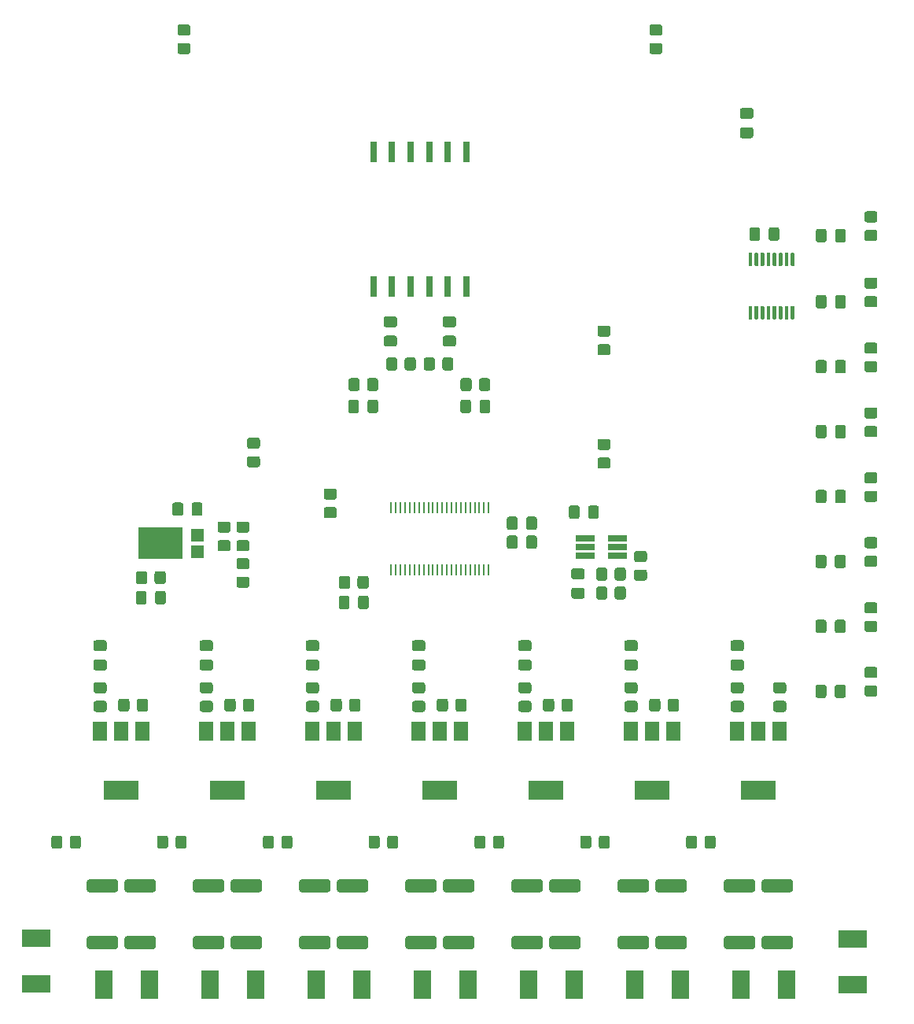
<source format=gbr>
%TF.GenerationSoftware,KiCad,Pcbnew,5.1.7-a382d34a8~87~ubuntu20.04.1*%
%TF.CreationDate,2020-11-04T11:31:22+01:00*%
%TF.ProjectId,BatteryMonitoringUnit_BMU,42617474-6572-4794-9d6f-6e69746f7269,2.0*%
%TF.SameCoordinates,Original*%
%TF.FileFunction,Paste,Top*%
%TF.FilePolarity,Positive*%
%FSLAX46Y46*%
G04 Gerber Fmt 4.6, Leading zero omitted, Abs format (unit mm)*
G04 Created by KiCad (PCBNEW 5.1.7-a382d34a8~87~ubuntu20.04.1) date 2020-11-04 11:31:22*
%MOMM*%
%LPD*%
G01*
G04 APERTURE LIST*
%ADD10R,0.800000X2.200000*%
%ADD11R,1.500000X2.000000*%
%ADD12R,3.800000X2.000000*%
%ADD13R,3.150000X1.960000*%
%ADD14R,1.960000X3.150000*%
%ADD15R,4.860000X3.360000*%
%ADD16R,1.400000X1.390000*%
%ADD17R,2.000000X0.650000*%
%ADD18R,0.250000X1.250000*%
G04 APERTURE END LIST*
%TO.C,R111*%
G36*
G01*
X60648001Y-81007000D02*
X59747999Y-81007000D01*
G75*
G02*
X59498000Y-80757001I0J249999D01*
G01*
X59498000Y-80056999D01*
G75*
G02*
X59747999Y-79807000I249999J0D01*
G01*
X60648001Y-79807000D01*
G75*
G02*
X60898000Y-80056999I0J-249999D01*
G01*
X60898000Y-80757001D01*
G75*
G02*
X60648001Y-81007000I-249999J0D01*
G01*
G37*
G36*
G01*
X60648001Y-83007000D02*
X59747999Y-83007000D01*
G75*
G02*
X59498000Y-82757001I0J249999D01*
G01*
X59498000Y-82056999D01*
G75*
G02*
X59747999Y-81807000I249999J0D01*
G01*
X60648001Y-81807000D01*
G75*
G02*
X60898000Y-82056999I0J-249999D01*
G01*
X60898000Y-82757001D01*
G75*
G02*
X60648001Y-83007000I-249999J0D01*
G01*
G37*
%TD*%
%TO.C,R110*%
G36*
G01*
X103955001Y-36557000D02*
X103054999Y-36557000D01*
G75*
G02*
X102805000Y-36307001I0J249999D01*
G01*
X102805000Y-35606999D01*
G75*
G02*
X103054999Y-35357000I249999J0D01*
G01*
X103955001Y-35357000D01*
G75*
G02*
X104205000Y-35606999I0J-249999D01*
G01*
X104205000Y-36307001D01*
G75*
G02*
X103955001Y-36557000I-249999J0D01*
G01*
G37*
G36*
G01*
X103955001Y-38557000D02*
X103054999Y-38557000D01*
G75*
G02*
X102805000Y-38307001I0J249999D01*
G01*
X102805000Y-37606999D01*
G75*
G02*
X103054999Y-37357000I249999J0D01*
G01*
X103955001Y-37357000D01*
G75*
G02*
X104205000Y-37606999I0J-249999D01*
G01*
X104205000Y-38307001D01*
G75*
G02*
X103955001Y-38557000I-249999J0D01*
G01*
G37*
%TD*%
%TO.C,R109*%
G36*
G01*
X53155001Y-36557000D02*
X52254999Y-36557000D01*
G75*
G02*
X52005000Y-36307001I0J249999D01*
G01*
X52005000Y-35606999D01*
G75*
G02*
X52254999Y-35357000I249999J0D01*
G01*
X53155001Y-35357000D01*
G75*
G02*
X53405000Y-35606999I0J-249999D01*
G01*
X53405000Y-36307001D01*
G75*
G02*
X53155001Y-36557000I-249999J0D01*
G01*
G37*
G36*
G01*
X53155001Y-38557000D02*
X52254999Y-38557000D01*
G75*
G02*
X52005000Y-38307001I0J249999D01*
G01*
X52005000Y-37606999D01*
G75*
G02*
X52254999Y-37357000I249999J0D01*
G01*
X53155001Y-37357000D01*
G75*
G02*
X53405000Y-37606999I0J-249999D01*
G01*
X53405000Y-38307001D01*
G75*
G02*
X53155001Y-38557000I-249999J0D01*
G01*
G37*
%TD*%
%TO.C,R106*%
G36*
G01*
X57473001Y-90024000D02*
X56572999Y-90024000D01*
G75*
G02*
X56323000Y-89774001I0J249999D01*
G01*
X56323000Y-89073999D01*
G75*
G02*
X56572999Y-88824000I249999J0D01*
G01*
X57473001Y-88824000D01*
G75*
G02*
X57723000Y-89073999I0J-249999D01*
G01*
X57723000Y-89774001D01*
G75*
G02*
X57473001Y-90024000I-249999J0D01*
G01*
G37*
G36*
G01*
X57473001Y-92024000D02*
X56572999Y-92024000D01*
G75*
G02*
X56323000Y-91774001I0J249999D01*
G01*
X56323000Y-91073999D01*
G75*
G02*
X56572999Y-90824000I249999J0D01*
G01*
X57473001Y-90824000D01*
G75*
G02*
X57723000Y-91073999I0J-249999D01*
G01*
X57723000Y-91774001D01*
G75*
G02*
X57473001Y-92024000I-249999J0D01*
G01*
G37*
%TD*%
%TO.C,C1301*%
G36*
G01*
X112809000Y-46424000D02*
X113759000Y-46424000D01*
G75*
G02*
X114009000Y-46674000I0J-250000D01*
G01*
X114009000Y-47349000D01*
G75*
G02*
X113759000Y-47599000I-250000J0D01*
G01*
X112809000Y-47599000D01*
G75*
G02*
X112559000Y-47349000I0J250000D01*
G01*
X112559000Y-46674000D01*
G75*
G02*
X112809000Y-46424000I250000J0D01*
G01*
G37*
G36*
G01*
X112809000Y-44349000D02*
X113759000Y-44349000D01*
G75*
G02*
X114009000Y-44599000I0J-250000D01*
G01*
X114009000Y-45274000D01*
G75*
G02*
X113759000Y-45524000I-250000J0D01*
G01*
X112809000Y-45524000D01*
G75*
G02*
X112559000Y-45274000I0J250000D01*
G01*
X112559000Y-44599000D01*
G75*
G02*
X112809000Y-44349000I250000J0D01*
G01*
G37*
%TD*%
%TO.C,C1110*%
G36*
G01*
X95308000Y-87345500D02*
X95308000Y-88295500D01*
G75*
G02*
X95058000Y-88545500I-250000J0D01*
G01*
X94383000Y-88545500D01*
G75*
G02*
X94133000Y-88295500I0J250000D01*
G01*
X94133000Y-87345500D01*
G75*
G02*
X94383000Y-87095500I250000J0D01*
G01*
X95058000Y-87095500D01*
G75*
G02*
X95308000Y-87345500I0J-250000D01*
G01*
G37*
G36*
G01*
X97383000Y-87345500D02*
X97383000Y-88295500D01*
G75*
G02*
X97133000Y-88545500I-250000J0D01*
G01*
X96458000Y-88545500D01*
G75*
G02*
X96208000Y-88295500I0J250000D01*
G01*
X96208000Y-87345500D01*
G75*
G02*
X96458000Y-87095500I250000J0D01*
G01*
X97133000Y-87095500D01*
G75*
G02*
X97383000Y-87345500I0J-250000D01*
G01*
G37*
%TD*%
%TO.C,R1202*%
G36*
G01*
X76473000Y-72332001D02*
X76473000Y-71431999D01*
G75*
G02*
X76722999Y-71182000I249999J0D01*
G01*
X77423001Y-71182000D01*
G75*
G02*
X77673000Y-71431999I0J-249999D01*
G01*
X77673000Y-72332001D01*
G75*
G02*
X77423001Y-72582000I-249999J0D01*
G01*
X76722999Y-72582000D01*
G75*
G02*
X76473000Y-72332001I0J249999D01*
G01*
G37*
G36*
G01*
X74473000Y-72332001D02*
X74473000Y-71431999D01*
G75*
G02*
X74722999Y-71182000I249999J0D01*
G01*
X75423001Y-71182000D01*
G75*
G02*
X75673000Y-71431999I0J-249999D01*
G01*
X75673000Y-72332001D01*
G75*
G02*
X75423001Y-72582000I-249999J0D01*
G01*
X74722999Y-72582000D01*
G75*
G02*
X74473000Y-72332001I0J249999D01*
G01*
G37*
%TD*%
D10*
%TO.C,T1201*%
X73105000Y-49099500D03*
X75105000Y-49099500D03*
X77105000Y-49099500D03*
X79105000Y-49099500D03*
X81105000Y-49099500D03*
X83105000Y-49099500D03*
X83105000Y-63549500D03*
X81105000Y-63549500D03*
X79105000Y-63549500D03*
X77105000Y-63549500D03*
X75105000Y-63549500D03*
X73105000Y-63549500D03*
%TD*%
%TO.C,R1204*%
G36*
G01*
X84474000Y-74554501D02*
X84474000Y-73654499D01*
G75*
G02*
X84723999Y-73404500I249999J0D01*
G01*
X85424001Y-73404500D01*
G75*
G02*
X85674000Y-73654499I0J-249999D01*
G01*
X85674000Y-74554501D01*
G75*
G02*
X85424001Y-74804500I-249999J0D01*
G01*
X84723999Y-74804500D01*
G75*
G02*
X84474000Y-74554501I0J249999D01*
G01*
G37*
G36*
G01*
X82474000Y-74554501D02*
X82474000Y-73654499D01*
G75*
G02*
X82723999Y-73404500I249999J0D01*
G01*
X83424001Y-73404500D01*
G75*
G02*
X83674000Y-73654499I0J-249999D01*
G01*
X83674000Y-74554501D01*
G75*
G02*
X83424001Y-74804500I-249999J0D01*
G01*
X82723999Y-74804500D01*
G75*
G02*
X82474000Y-74554501I0J249999D01*
G01*
G37*
%TD*%
%TO.C,R1203*%
G36*
G01*
X80521000Y-72332001D02*
X80521000Y-71431999D01*
G75*
G02*
X80770999Y-71182000I249999J0D01*
G01*
X81471001Y-71182000D01*
G75*
G02*
X81721000Y-71431999I0J-249999D01*
G01*
X81721000Y-72332001D01*
G75*
G02*
X81471001Y-72582000I-249999J0D01*
G01*
X80770999Y-72582000D01*
G75*
G02*
X80521000Y-72332001I0J249999D01*
G01*
G37*
G36*
G01*
X78521000Y-72332001D02*
X78521000Y-71431999D01*
G75*
G02*
X78770999Y-71182000I249999J0D01*
G01*
X79471001Y-71182000D01*
G75*
G02*
X79721000Y-71431999I0J-249999D01*
G01*
X79721000Y-72332001D01*
G75*
G02*
X79471001Y-72582000I-249999J0D01*
G01*
X78770999Y-72582000D01*
G75*
G02*
X78521000Y-72332001I0J249999D01*
G01*
G37*
%TD*%
%TO.C,R1201*%
G36*
G01*
X72425000Y-74554501D02*
X72425000Y-73654499D01*
G75*
G02*
X72674999Y-73404500I249999J0D01*
G01*
X73375001Y-73404500D01*
G75*
G02*
X73625000Y-73654499I0J-249999D01*
G01*
X73625000Y-74554501D01*
G75*
G02*
X73375001Y-74804500I-249999J0D01*
G01*
X72674999Y-74804500D01*
G75*
G02*
X72425000Y-74554501I0J249999D01*
G01*
G37*
G36*
G01*
X70425000Y-74554501D02*
X70425000Y-73654499D01*
G75*
G02*
X70674999Y-73404500I249999J0D01*
G01*
X71375001Y-73404500D01*
G75*
G02*
X71625000Y-73654499I0J-249999D01*
G01*
X71625000Y-74554501D01*
G75*
G02*
X71375001Y-74804500I-249999J0D01*
G01*
X70674999Y-74804500D01*
G75*
G02*
X70425000Y-74554501I0J249999D01*
G01*
G37*
%TD*%
%TO.C,C1204*%
G36*
G01*
X81755000Y-67939500D02*
X80805000Y-67939500D01*
G75*
G02*
X80555000Y-67689500I0J250000D01*
G01*
X80555000Y-67014500D01*
G75*
G02*
X80805000Y-66764500I250000J0D01*
G01*
X81755000Y-66764500D01*
G75*
G02*
X82005000Y-67014500I0J-250000D01*
G01*
X82005000Y-67689500D01*
G75*
G02*
X81755000Y-67939500I-250000J0D01*
G01*
G37*
G36*
G01*
X81755000Y-70014500D02*
X80805000Y-70014500D01*
G75*
G02*
X80555000Y-69764500I0J250000D01*
G01*
X80555000Y-69089500D01*
G75*
G02*
X80805000Y-68839500I250000J0D01*
G01*
X81755000Y-68839500D01*
G75*
G02*
X82005000Y-69089500I0J-250000D01*
G01*
X82005000Y-69764500D01*
G75*
G02*
X81755000Y-70014500I-250000J0D01*
G01*
G37*
%TD*%
%TO.C,C1203*%
G36*
G01*
X74455000Y-68839500D02*
X75405000Y-68839500D01*
G75*
G02*
X75655000Y-69089500I0J-250000D01*
G01*
X75655000Y-69764500D01*
G75*
G02*
X75405000Y-70014500I-250000J0D01*
G01*
X74455000Y-70014500D01*
G75*
G02*
X74205000Y-69764500I0J250000D01*
G01*
X74205000Y-69089500D01*
G75*
G02*
X74455000Y-68839500I250000J0D01*
G01*
G37*
G36*
G01*
X74455000Y-66764500D02*
X75405000Y-66764500D01*
G75*
G02*
X75655000Y-67014500I0J-250000D01*
G01*
X75655000Y-67689500D01*
G75*
G02*
X75405000Y-67939500I-250000J0D01*
G01*
X74455000Y-67939500D01*
G75*
G02*
X74205000Y-67689500I0J250000D01*
G01*
X74205000Y-67014500D01*
G75*
G02*
X74455000Y-66764500I250000J0D01*
G01*
G37*
%TD*%
%TO.C,C1202*%
G36*
G01*
X84524000Y-76929000D02*
X84524000Y-75979000D01*
G75*
G02*
X84774000Y-75729000I250000J0D01*
G01*
X85449000Y-75729000D01*
G75*
G02*
X85699000Y-75979000I0J-250000D01*
G01*
X85699000Y-76929000D01*
G75*
G02*
X85449000Y-77179000I-250000J0D01*
G01*
X84774000Y-77179000D01*
G75*
G02*
X84524000Y-76929000I0J250000D01*
G01*
G37*
G36*
G01*
X82449000Y-76929000D02*
X82449000Y-75979000D01*
G75*
G02*
X82699000Y-75729000I250000J0D01*
G01*
X83374000Y-75729000D01*
G75*
G02*
X83624000Y-75979000I0J-250000D01*
G01*
X83624000Y-76929000D01*
G75*
G02*
X83374000Y-77179000I-250000J0D01*
G01*
X82699000Y-77179000D01*
G75*
G02*
X82449000Y-76929000I0J250000D01*
G01*
G37*
%TD*%
%TO.C,C1201*%
G36*
G01*
X71559000Y-75979000D02*
X71559000Y-76929000D01*
G75*
G02*
X71309000Y-77179000I-250000J0D01*
G01*
X70634000Y-77179000D01*
G75*
G02*
X70384000Y-76929000I0J250000D01*
G01*
X70384000Y-75979000D01*
G75*
G02*
X70634000Y-75729000I250000J0D01*
G01*
X71309000Y-75729000D01*
G75*
G02*
X71559000Y-75979000I0J-250000D01*
G01*
G37*
G36*
G01*
X73634000Y-75979000D02*
X73634000Y-76929000D01*
G75*
G02*
X73384000Y-77179000I-250000J0D01*
G01*
X72709000Y-77179000D01*
G75*
G02*
X72459000Y-76929000I0J250000D01*
G01*
X72459000Y-75979000D01*
G75*
G02*
X72709000Y-75729000I250000J0D01*
G01*
X73384000Y-75729000D01*
G75*
G02*
X73634000Y-75979000I0J-250000D01*
G01*
G37*
%TD*%
%TO.C,C401*%
G36*
G01*
X44163000Y-102779500D02*
X43213000Y-102779500D01*
G75*
G02*
X42963000Y-102529500I0J250000D01*
G01*
X42963000Y-101854500D01*
G75*
G02*
X43213000Y-101604500I250000J0D01*
G01*
X44163000Y-101604500D01*
G75*
G02*
X44413000Y-101854500I0J-250000D01*
G01*
X44413000Y-102529500D01*
G75*
G02*
X44163000Y-102779500I-250000J0D01*
G01*
G37*
G36*
G01*
X44163000Y-104854500D02*
X43213000Y-104854500D01*
G75*
G02*
X42963000Y-104604500I0J250000D01*
G01*
X42963000Y-103929500D01*
G75*
G02*
X43213000Y-103679500I250000J0D01*
G01*
X44163000Y-103679500D01*
G75*
G02*
X44413000Y-103929500I0J-250000D01*
G01*
X44413000Y-104604500D01*
G75*
G02*
X44163000Y-104854500I-250000J0D01*
G01*
G37*
%TD*%
D11*
%TO.C,Q401*%
X48274000Y-111404000D03*
X43674000Y-111404000D03*
X45974000Y-111404000D03*
D12*
X45974000Y-117704000D03*
%TD*%
%TO.C,R401*%
G36*
G01*
X43237999Y-108112000D02*
X44138001Y-108112000D01*
G75*
G02*
X44388000Y-108361999I0J-249999D01*
G01*
X44388000Y-109062001D01*
G75*
G02*
X44138001Y-109312000I-249999J0D01*
G01*
X43237999Y-109312000D01*
G75*
G02*
X42988000Y-109062001I0J249999D01*
G01*
X42988000Y-108361999D01*
G75*
G02*
X43237999Y-108112000I249999J0D01*
G01*
G37*
G36*
G01*
X43237999Y-106112000D02*
X44138001Y-106112000D01*
G75*
G02*
X44388000Y-106361999I0J-249999D01*
G01*
X44388000Y-107062001D01*
G75*
G02*
X44138001Y-107312000I-249999J0D01*
G01*
X43237999Y-107312000D01*
G75*
G02*
X42988000Y-107062001I0J249999D01*
G01*
X42988000Y-106361999D01*
G75*
G02*
X43237999Y-106112000I249999J0D01*
G01*
G37*
%TD*%
%TO.C,R503*%
G36*
G01*
X56797001Y-128714000D02*
X53946999Y-128714000D01*
G75*
G02*
X53697000Y-128464001I0J249999D01*
G01*
X53697000Y-127563999D01*
G75*
G02*
X53946999Y-127314000I249999J0D01*
G01*
X56797001Y-127314000D01*
G75*
G02*
X57047000Y-127563999I0J-249999D01*
G01*
X57047000Y-128464001D01*
G75*
G02*
X56797001Y-128714000I-249999J0D01*
G01*
G37*
G36*
G01*
X56797001Y-134814000D02*
X53946999Y-134814000D01*
G75*
G02*
X53697000Y-134564001I0J249999D01*
G01*
X53697000Y-133663999D01*
G75*
G02*
X53946999Y-133414000I249999J0D01*
G01*
X56797001Y-133414000D01*
G75*
G02*
X57047000Y-133663999I0J-249999D01*
G01*
X57047000Y-134564001D01*
G75*
G02*
X56797001Y-134814000I-249999J0D01*
G01*
G37*
%TD*%
%TO.C,R502*%
G36*
G01*
X58010999Y-133414000D02*
X60861001Y-133414000D01*
G75*
G02*
X61111000Y-133663999I0J-249999D01*
G01*
X61111000Y-134564001D01*
G75*
G02*
X60861001Y-134814000I-249999J0D01*
G01*
X58010999Y-134814000D01*
G75*
G02*
X57761000Y-134564001I0J249999D01*
G01*
X57761000Y-133663999D01*
G75*
G02*
X58010999Y-133414000I249999J0D01*
G01*
G37*
G36*
G01*
X58010999Y-127314000D02*
X60861001Y-127314000D01*
G75*
G02*
X61111000Y-127563999I0J-249999D01*
G01*
X61111000Y-128464001D01*
G75*
G02*
X60861001Y-128714000I-249999J0D01*
G01*
X58010999Y-128714000D01*
G75*
G02*
X57761000Y-128464001I0J249999D01*
G01*
X57761000Y-127563999D01*
G75*
G02*
X58010999Y-127314000I249999J0D01*
G01*
G37*
%TD*%
%TO.C,R404*%
G36*
G01*
X46844000Y-108134999D02*
X46844000Y-109035001D01*
G75*
G02*
X46594001Y-109285000I-249999J0D01*
G01*
X45893999Y-109285000D01*
G75*
G02*
X45644000Y-109035001I0J249999D01*
G01*
X45644000Y-108134999D01*
G75*
G02*
X45893999Y-107885000I249999J0D01*
G01*
X46594001Y-107885000D01*
G75*
G02*
X46844000Y-108134999I0J-249999D01*
G01*
G37*
G36*
G01*
X48844000Y-108134999D02*
X48844000Y-109035001D01*
G75*
G02*
X48594001Y-109285000I-249999J0D01*
G01*
X47893999Y-109285000D01*
G75*
G02*
X47644000Y-109035001I0J249999D01*
G01*
X47644000Y-108134999D01*
G75*
G02*
X47893999Y-107885000I249999J0D01*
G01*
X48594001Y-107885000D01*
G75*
G02*
X48844000Y-108134999I0J-249999D01*
G01*
G37*
%TD*%
%TO.C,R102*%
G36*
G01*
X58604999Y-94761000D02*
X59505001Y-94761000D01*
G75*
G02*
X59755000Y-95010999I0J-249999D01*
G01*
X59755000Y-95711001D01*
G75*
G02*
X59505001Y-95961000I-249999J0D01*
G01*
X58604999Y-95961000D01*
G75*
G02*
X58355000Y-95711001I0J249999D01*
G01*
X58355000Y-95010999D01*
G75*
G02*
X58604999Y-94761000I249999J0D01*
G01*
G37*
G36*
G01*
X58604999Y-92761000D02*
X59505001Y-92761000D01*
G75*
G02*
X59755000Y-93010999I0J-249999D01*
G01*
X59755000Y-93711001D01*
G75*
G02*
X59505001Y-93961000I-249999J0D01*
G01*
X58604999Y-93961000D01*
G75*
G02*
X58355000Y-93711001I0J249999D01*
G01*
X58355000Y-93010999D01*
G75*
G02*
X58604999Y-92761000I249999J0D01*
G01*
G37*
%TD*%
%TO.C,R103*%
G36*
G01*
X58604999Y-90824000D02*
X59505001Y-90824000D01*
G75*
G02*
X59755000Y-91073999I0J-249999D01*
G01*
X59755000Y-91774001D01*
G75*
G02*
X59505001Y-92024000I-249999J0D01*
G01*
X58604999Y-92024000D01*
G75*
G02*
X58355000Y-91774001I0J249999D01*
G01*
X58355000Y-91073999D01*
G75*
G02*
X58604999Y-90824000I249999J0D01*
G01*
G37*
G36*
G01*
X58604999Y-88824000D02*
X59505001Y-88824000D01*
G75*
G02*
X59755000Y-89073999I0J-249999D01*
G01*
X59755000Y-89774001D01*
G75*
G02*
X59505001Y-90024000I-249999J0D01*
G01*
X58604999Y-90024000D01*
G75*
G02*
X58355000Y-89774001I0J249999D01*
G01*
X58355000Y-89073999D01*
G75*
G02*
X58604999Y-88824000I249999J0D01*
G01*
G37*
%TD*%
D11*
%TO.C,Q1001*%
X116854000Y-111404000D03*
X112254000Y-111404000D03*
X114554000Y-111404000D03*
D12*
X114554000Y-117704000D03*
%TD*%
D11*
%TO.C,Q901*%
X105424000Y-111404000D03*
X100824000Y-111404000D03*
X103124000Y-111404000D03*
D12*
X103124000Y-117704000D03*
%TD*%
D11*
%TO.C,Q801*%
X93994000Y-111404000D03*
X89394000Y-111404000D03*
X91694000Y-111404000D03*
D12*
X91694000Y-117704000D03*
%TD*%
D11*
%TO.C,Q701*%
X82564000Y-111404000D03*
X77964000Y-111404000D03*
X80264000Y-111404000D03*
D12*
X80264000Y-117704000D03*
%TD*%
D11*
%TO.C,Q601*%
X71134000Y-111404000D03*
X66534000Y-111404000D03*
X68834000Y-111404000D03*
D12*
X68834000Y-117704000D03*
%TD*%
D11*
%TO.C,Q501*%
X59704000Y-111404000D03*
X55104000Y-111404000D03*
X57404000Y-111404000D03*
D12*
X57404000Y-117704000D03*
%TD*%
D13*
%TO.C,F209*%
X124714000Y-133774000D03*
X124714000Y-138684000D03*
%TD*%
D14*
%TO.C,F208*%
X112649000Y-138684000D03*
X117559000Y-138684000D03*
%TD*%
%TO.C,F207*%
X101219000Y-138684000D03*
X106129000Y-138684000D03*
%TD*%
%TO.C,F206*%
X89789000Y-138684000D03*
X94699000Y-138684000D03*
%TD*%
%TO.C,F205*%
X78359000Y-138684000D03*
X83269000Y-138684000D03*
%TD*%
%TO.C,F204*%
X66929000Y-138684000D03*
X71839000Y-138684000D03*
%TD*%
%TO.C,F203*%
X55499000Y-138684000D03*
X60409000Y-138684000D03*
%TD*%
%TO.C,F202*%
X44069000Y-138684000D03*
X48979000Y-138684000D03*
%TD*%
D13*
%TO.C,F201*%
X36830000Y-133689000D03*
X36830000Y-138599000D03*
%TD*%
%TO.C,R1101*%
G36*
G01*
X127107101Y-105667100D02*
X126207099Y-105667100D01*
G75*
G02*
X125957100Y-105417101I0J249999D01*
G01*
X125957100Y-104717099D01*
G75*
G02*
X126207099Y-104467100I249999J0D01*
G01*
X127107101Y-104467100D01*
G75*
G02*
X127357100Y-104717099I0J-249999D01*
G01*
X127357100Y-105417101D01*
G75*
G02*
X127107101Y-105667100I-249999J0D01*
G01*
G37*
G36*
G01*
X127107101Y-107667100D02*
X126207099Y-107667100D01*
G75*
G02*
X125957100Y-107417101I0J249999D01*
G01*
X125957100Y-106717099D01*
G75*
G02*
X126207099Y-106467100I249999J0D01*
G01*
X127107101Y-106467100D01*
G75*
G02*
X127357100Y-106717099I0J-249999D01*
G01*
X127357100Y-107417101D01*
G75*
G02*
X127107101Y-107667100I-249999J0D01*
G01*
G37*
%TD*%
%TO.C,R1005*%
G36*
G01*
X108747000Y-123767001D02*
X108747000Y-122866999D01*
G75*
G02*
X108996999Y-122617000I249999J0D01*
G01*
X109697001Y-122617000D01*
G75*
G02*
X109947000Y-122866999I0J-249999D01*
G01*
X109947000Y-123767001D01*
G75*
G02*
X109697001Y-124017000I-249999J0D01*
G01*
X108996999Y-124017000D01*
G75*
G02*
X108747000Y-123767001I0J249999D01*
G01*
G37*
G36*
G01*
X106747000Y-123767001D02*
X106747000Y-122866999D01*
G75*
G02*
X106996999Y-122617000I249999J0D01*
G01*
X107697001Y-122617000D01*
G75*
G02*
X107947000Y-122866999I0J-249999D01*
G01*
X107947000Y-123767001D01*
G75*
G02*
X107697001Y-124017000I-249999J0D01*
G01*
X106996999Y-124017000D01*
G75*
G02*
X106747000Y-123767001I0J249999D01*
G01*
G37*
%TD*%
%TO.C,R1004*%
G36*
G01*
X117290001Y-107312000D02*
X116389999Y-107312000D01*
G75*
G02*
X116140000Y-107062001I0J249999D01*
G01*
X116140000Y-106361999D01*
G75*
G02*
X116389999Y-106112000I249999J0D01*
G01*
X117290001Y-106112000D01*
G75*
G02*
X117540000Y-106361999I0J-249999D01*
G01*
X117540000Y-107062001D01*
G75*
G02*
X117290001Y-107312000I-249999J0D01*
G01*
G37*
G36*
G01*
X117290001Y-109312000D02*
X116389999Y-109312000D01*
G75*
G02*
X116140000Y-109062001I0J249999D01*
G01*
X116140000Y-108361999D01*
G75*
G02*
X116389999Y-108112000I249999J0D01*
G01*
X117290001Y-108112000D01*
G75*
G02*
X117540000Y-108361999I0J-249999D01*
G01*
X117540000Y-109062001D01*
G75*
G02*
X117290001Y-109312000I-249999J0D01*
G01*
G37*
%TD*%
%TO.C,R1003*%
G36*
G01*
X113947001Y-128714000D02*
X111096999Y-128714000D01*
G75*
G02*
X110847000Y-128464001I0J249999D01*
G01*
X110847000Y-127563999D01*
G75*
G02*
X111096999Y-127314000I249999J0D01*
G01*
X113947001Y-127314000D01*
G75*
G02*
X114197000Y-127563999I0J-249999D01*
G01*
X114197000Y-128464001D01*
G75*
G02*
X113947001Y-128714000I-249999J0D01*
G01*
G37*
G36*
G01*
X113947001Y-134814000D02*
X111096999Y-134814000D01*
G75*
G02*
X110847000Y-134564001I0J249999D01*
G01*
X110847000Y-133663999D01*
G75*
G02*
X111096999Y-133414000I249999J0D01*
G01*
X113947001Y-133414000D01*
G75*
G02*
X114197000Y-133663999I0J-249999D01*
G01*
X114197000Y-134564001D01*
G75*
G02*
X113947001Y-134814000I-249999J0D01*
G01*
G37*
%TD*%
%TO.C,R1002*%
G36*
G01*
X115160999Y-133414000D02*
X118011001Y-133414000D01*
G75*
G02*
X118261000Y-133663999I0J-249999D01*
G01*
X118261000Y-134564001D01*
G75*
G02*
X118011001Y-134814000I-249999J0D01*
G01*
X115160999Y-134814000D01*
G75*
G02*
X114911000Y-134564001I0J249999D01*
G01*
X114911000Y-133663999D01*
G75*
G02*
X115160999Y-133414000I249999J0D01*
G01*
G37*
G36*
G01*
X115160999Y-127314000D02*
X118011001Y-127314000D01*
G75*
G02*
X118261000Y-127563999I0J-249999D01*
G01*
X118261000Y-128464001D01*
G75*
G02*
X118011001Y-128714000I-249999J0D01*
G01*
X115160999Y-128714000D01*
G75*
G02*
X114911000Y-128464001I0J249999D01*
G01*
X114911000Y-127563999D01*
G75*
G02*
X115160999Y-127314000I249999J0D01*
G01*
G37*
%TD*%
%TO.C,R905*%
G36*
G01*
X97359330Y-123767001D02*
X97359330Y-122866999D01*
G75*
G02*
X97609329Y-122617000I249999J0D01*
G01*
X98309331Y-122617000D01*
G75*
G02*
X98559330Y-122866999I0J-249999D01*
G01*
X98559330Y-123767001D01*
G75*
G02*
X98309331Y-124017000I-249999J0D01*
G01*
X97609329Y-124017000D01*
G75*
G02*
X97359330Y-123767001I0J249999D01*
G01*
G37*
G36*
G01*
X95359330Y-123767001D02*
X95359330Y-122866999D01*
G75*
G02*
X95609329Y-122617000I249999J0D01*
G01*
X96309331Y-122617000D01*
G75*
G02*
X96559330Y-122866999I0J-249999D01*
G01*
X96559330Y-123767001D01*
G75*
G02*
X96309331Y-124017000I-249999J0D01*
G01*
X95609329Y-124017000D01*
G75*
G02*
X95359330Y-123767001I0J249999D01*
G01*
G37*
%TD*%
%TO.C,R904*%
G36*
G01*
X103994000Y-108134999D02*
X103994000Y-109035001D01*
G75*
G02*
X103744001Y-109285000I-249999J0D01*
G01*
X103043999Y-109285000D01*
G75*
G02*
X102794000Y-109035001I0J249999D01*
G01*
X102794000Y-108134999D01*
G75*
G02*
X103043999Y-107885000I249999J0D01*
G01*
X103744001Y-107885000D01*
G75*
G02*
X103994000Y-108134999I0J-249999D01*
G01*
G37*
G36*
G01*
X105994000Y-108134999D02*
X105994000Y-109035001D01*
G75*
G02*
X105744001Y-109285000I-249999J0D01*
G01*
X105043999Y-109285000D01*
G75*
G02*
X104794000Y-109035001I0J249999D01*
G01*
X104794000Y-108134999D01*
G75*
G02*
X105043999Y-107885000I249999J0D01*
G01*
X105744001Y-107885000D01*
G75*
G02*
X105994000Y-108134999I0J-249999D01*
G01*
G37*
%TD*%
%TO.C,R903*%
G36*
G01*
X102517001Y-128714000D02*
X99666999Y-128714000D01*
G75*
G02*
X99417000Y-128464001I0J249999D01*
G01*
X99417000Y-127563999D01*
G75*
G02*
X99666999Y-127314000I249999J0D01*
G01*
X102517001Y-127314000D01*
G75*
G02*
X102767000Y-127563999I0J-249999D01*
G01*
X102767000Y-128464001D01*
G75*
G02*
X102517001Y-128714000I-249999J0D01*
G01*
G37*
G36*
G01*
X102517001Y-134814000D02*
X99666999Y-134814000D01*
G75*
G02*
X99417000Y-134564001I0J249999D01*
G01*
X99417000Y-133663999D01*
G75*
G02*
X99666999Y-133414000I249999J0D01*
G01*
X102517001Y-133414000D01*
G75*
G02*
X102767000Y-133663999I0J-249999D01*
G01*
X102767000Y-134564001D01*
G75*
G02*
X102517001Y-134814000I-249999J0D01*
G01*
G37*
%TD*%
%TO.C,R902*%
G36*
G01*
X103730999Y-133414000D02*
X106581001Y-133414000D01*
G75*
G02*
X106831000Y-133663999I0J-249999D01*
G01*
X106831000Y-134564001D01*
G75*
G02*
X106581001Y-134814000I-249999J0D01*
G01*
X103730999Y-134814000D01*
G75*
G02*
X103481000Y-134564001I0J249999D01*
G01*
X103481000Y-133663999D01*
G75*
G02*
X103730999Y-133414000I249999J0D01*
G01*
G37*
G36*
G01*
X103730999Y-127314000D02*
X106581001Y-127314000D01*
G75*
G02*
X106831000Y-127563999I0J-249999D01*
G01*
X106831000Y-128464001D01*
G75*
G02*
X106581001Y-128714000I-249999J0D01*
G01*
X103730999Y-128714000D01*
G75*
G02*
X103481000Y-128464001I0J249999D01*
G01*
X103481000Y-127563999D01*
G75*
G02*
X103730999Y-127314000I249999J0D01*
G01*
G37*
%TD*%
%TO.C,R805*%
G36*
G01*
X85971664Y-123767001D02*
X85971664Y-122866999D01*
G75*
G02*
X86221663Y-122617000I249999J0D01*
G01*
X86921665Y-122617000D01*
G75*
G02*
X87171664Y-122866999I0J-249999D01*
G01*
X87171664Y-123767001D01*
G75*
G02*
X86921665Y-124017000I-249999J0D01*
G01*
X86221663Y-124017000D01*
G75*
G02*
X85971664Y-123767001I0J249999D01*
G01*
G37*
G36*
G01*
X83971664Y-123767001D02*
X83971664Y-122866999D01*
G75*
G02*
X84221663Y-122617000I249999J0D01*
G01*
X84921665Y-122617000D01*
G75*
G02*
X85171664Y-122866999I0J-249999D01*
G01*
X85171664Y-123767001D01*
G75*
G02*
X84921665Y-124017000I-249999J0D01*
G01*
X84221663Y-124017000D01*
G75*
G02*
X83971664Y-123767001I0J249999D01*
G01*
G37*
%TD*%
%TO.C,R804*%
G36*
G01*
X92564000Y-108134999D02*
X92564000Y-109035001D01*
G75*
G02*
X92314001Y-109285000I-249999J0D01*
G01*
X91613999Y-109285000D01*
G75*
G02*
X91364000Y-109035001I0J249999D01*
G01*
X91364000Y-108134999D01*
G75*
G02*
X91613999Y-107885000I249999J0D01*
G01*
X92314001Y-107885000D01*
G75*
G02*
X92564000Y-108134999I0J-249999D01*
G01*
G37*
G36*
G01*
X94564000Y-108134999D02*
X94564000Y-109035001D01*
G75*
G02*
X94314001Y-109285000I-249999J0D01*
G01*
X93613999Y-109285000D01*
G75*
G02*
X93364000Y-109035001I0J249999D01*
G01*
X93364000Y-108134999D01*
G75*
G02*
X93613999Y-107885000I249999J0D01*
G01*
X94314001Y-107885000D01*
G75*
G02*
X94564000Y-108134999I0J-249999D01*
G01*
G37*
%TD*%
%TO.C,R803*%
G36*
G01*
X91087001Y-128714000D02*
X88236999Y-128714000D01*
G75*
G02*
X87987000Y-128464001I0J249999D01*
G01*
X87987000Y-127563999D01*
G75*
G02*
X88236999Y-127314000I249999J0D01*
G01*
X91087001Y-127314000D01*
G75*
G02*
X91337000Y-127563999I0J-249999D01*
G01*
X91337000Y-128464001D01*
G75*
G02*
X91087001Y-128714000I-249999J0D01*
G01*
G37*
G36*
G01*
X91087001Y-134814000D02*
X88236999Y-134814000D01*
G75*
G02*
X87987000Y-134564001I0J249999D01*
G01*
X87987000Y-133663999D01*
G75*
G02*
X88236999Y-133414000I249999J0D01*
G01*
X91087001Y-133414000D01*
G75*
G02*
X91337000Y-133663999I0J-249999D01*
G01*
X91337000Y-134564001D01*
G75*
G02*
X91087001Y-134814000I-249999J0D01*
G01*
G37*
%TD*%
%TO.C,R802*%
G36*
G01*
X92300999Y-133414000D02*
X95151001Y-133414000D01*
G75*
G02*
X95401000Y-133663999I0J-249999D01*
G01*
X95401000Y-134564001D01*
G75*
G02*
X95151001Y-134814000I-249999J0D01*
G01*
X92300999Y-134814000D01*
G75*
G02*
X92051000Y-134564001I0J249999D01*
G01*
X92051000Y-133663999D01*
G75*
G02*
X92300999Y-133414000I249999J0D01*
G01*
G37*
G36*
G01*
X92300999Y-127314000D02*
X95151001Y-127314000D01*
G75*
G02*
X95401000Y-127563999I0J-249999D01*
G01*
X95401000Y-128464001D01*
G75*
G02*
X95151001Y-128714000I-249999J0D01*
G01*
X92300999Y-128714000D01*
G75*
G02*
X92051000Y-128464001I0J249999D01*
G01*
X92051000Y-127563999D01*
G75*
G02*
X92300999Y-127314000I249999J0D01*
G01*
G37*
%TD*%
%TO.C,R705*%
G36*
G01*
X74583998Y-123767001D02*
X74583998Y-122866999D01*
G75*
G02*
X74833997Y-122617000I249999J0D01*
G01*
X75533999Y-122617000D01*
G75*
G02*
X75783998Y-122866999I0J-249999D01*
G01*
X75783998Y-123767001D01*
G75*
G02*
X75533999Y-124017000I-249999J0D01*
G01*
X74833997Y-124017000D01*
G75*
G02*
X74583998Y-123767001I0J249999D01*
G01*
G37*
G36*
G01*
X72583998Y-123767001D02*
X72583998Y-122866999D01*
G75*
G02*
X72833997Y-122617000I249999J0D01*
G01*
X73533999Y-122617000D01*
G75*
G02*
X73783998Y-122866999I0J-249999D01*
G01*
X73783998Y-123767001D01*
G75*
G02*
X73533999Y-124017000I-249999J0D01*
G01*
X72833997Y-124017000D01*
G75*
G02*
X72583998Y-123767001I0J249999D01*
G01*
G37*
%TD*%
%TO.C,R704*%
G36*
G01*
X81134000Y-108134999D02*
X81134000Y-109035001D01*
G75*
G02*
X80884001Y-109285000I-249999J0D01*
G01*
X80183999Y-109285000D01*
G75*
G02*
X79934000Y-109035001I0J249999D01*
G01*
X79934000Y-108134999D01*
G75*
G02*
X80183999Y-107885000I249999J0D01*
G01*
X80884001Y-107885000D01*
G75*
G02*
X81134000Y-108134999I0J-249999D01*
G01*
G37*
G36*
G01*
X83134000Y-108134999D02*
X83134000Y-109035001D01*
G75*
G02*
X82884001Y-109285000I-249999J0D01*
G01*
X82183999Y-109285000D01*
G75*
G02*
X81934000Y-109035001I0J249999D01*
G01*
X81934000Y-108134999D01*
G75*
G02*
X82183999Y-107885000I249999J0D01*
G01*
X82884001Y-107885000D01*
G75*
G02*
X83134000Y-108134999I0J-249999D01*
G01*
G37*
%TD*%
%TO.C,R703*%
G36*
G01*
X79657001Y-128714000D02*
X76806999Y-128714000D01*
G75*
G02*
X76557000Y-128464001I0J249999D01*
G01*
X76557000Y-127563999D01*
G75*
G02*
X76806999Y-127314000I249999J0D01*
G01*
X79657001Y-127314000D01*
G75*
G02*
X79907000Y-127563999I0J-249999D01*
G01*
X79907000Y-128464001D01*
G75*
G02*
X79657001Y-128714000I-249999J0D01*
G01*
G37*
G36*
G01*
X79657001Y-134814000D02*
X76806999Y-134814000D01*
G75*
G02*
X76557000Y-134564001I0J249999D01*
G01*
X76557000Y-133663999D01*
G75*
G02*
X76806999Y-133414000I249999J0D01*
G01*
X79657001Y-133414000D01*
G75*
G02*
X79907000Y-133663999I0J-249999D01*
G01*
X79907000Y-134564001D01*
G75*
G02*
X79657001Y-134814000I-249999J0D01*
G01*
G37*
%TD*%
%TO.C,R702*%
G36*
G01*
X80870999Y-133414000D02*
X83721001Y-133414000D01*
G75*
G02*
X83971000Y-133663999I0J-249999D01*
G01*
X83971000Y-134564001D01*
G75*
G02*
X83721001Y-134814000I-249999J0D01*
G01*
X80870999Y-134814000D01*
G75*
G02*
X80621000Y-134564001I0J249999D01*
G01*
X80621000Y-133663999D01*
G75*
G02*
X80870999Y-133414000I249999J0D01*
G01*
G37*
G36*
G01*
X80870999Y-127314000D02*
X83721001Y-127314000D01*
G75*
G02*
X83971000Y-127563999I0J-249999D01*
G01*
X83971000Y-128464001D01*
G75*
G02*
X83721001Y-128714000I-249999J0D01*
G01*
X80870999Y-128714000D01*
G75*
G02*
X80621000Y-128464001I0J249999D01*
G01*
X80621000Y-127563999D01*
G75*
G02*
X80870999Y-127314000I249999J0D01*
G01*
G37*
%TD*%
%TO.C,R605*%
G36*
G01*
X63196332Y-123767001D02*
X63196332Y-122866999D01*
G75*
G02*
X63446331Y-122617000I249999J0D01*
G01*
X64146333Y-122617000D01*
G75*
G02*
X64396332Y-122866999I0J-249999D01*
G01*
X64396332Y-123767001D01*
G75*
G02*
X64146333Y-124017000I-249999J0D01*
G01*
X63446331Y-124017000D01*
G75*
G02*
X63196332Y-123767001I0J249999D01*
G01*
G37*
G36*
G01*
X61196332Y-123767001D02*
X61196332Y-122866999D01*
G75*
G02*
X61446331Y-122617000I249999J0D01*
G01*
X62146333Y-122617000D01*
G75*
G02*
X62396332Y-122866999I0J-249999D01*
G01*
X62396332Y-123767001D01*
G75*
G02*
X62146333Y-124017000I-249999J0D01*
G01*
X61446331Y-124017000D01*
G75*
G02*
X61196332Y-123767001I0J249999D01*
G01*
G37*
%TD*%
%TO.C,R604*%
G36*
G01*
X69704000Y-108134999D02*
X69704000Y-109035001D01*
G75*
G02*
X69454001Y-109285000I-249999J0D01*
G01*
X68753999Y-109285000D01*
G75*
G02*
X68504000Y-109035001I0J249999D01*
G01*
X68504000Y-108134999D01*
G75*
G02*
X68753999Y-107885000I249999J0D01*
G01*
X69454001Y-107885000D01*
G75*
G02*
X69704000Y-108134999I0J-249999D01*
G01*
G37*
G36*
G01*
X71704000Y-108134999D02*
X71704000Y-109035001D01*
G75*
G02*
X71454001Y-109285000I-249999J0D01*
G01*
X70753999Y-109285000D01*
G75*
G02*
X70504000Y-109035001I0J249999D01*
G01*
X70504000Y-108134999D01*
G75*
G02*
X70753999Y-107885000I249999J0D01*
G01*
X71454001Y-107885000D01*
G75*
G02*
X71704000Y-108134999I0J-249999D01*
G01*
G37*
%TD*%
%TO.C,R603*%
G36*
G01*
X68227001Y-128714000D02*
X65376999Y-128714000D01*
G75*
G02*
X65127000Y-128464001I0J249999D01*
G01*
X65127000Y-127563999D01*
G75*
G02*
X65376999Y-127314000I249999J0D01*
G01*
X68227001Y-127314000D01*
G75*
G02*
X68477000Y-127563999I0J-249999D01*
G01*
X68477000Y-128464001D01*
G75*
G02*
X68227001Y-128714000I-249999J0D01*
G01*
G37*
G36*
G01*
X68227001Y-134814000D02*
X65376999Y-134814000D01*
G75*
G02*
X65127000Y-134564001I0J249999D01*
G01*
X65127000Y-133663999D01*
G75*
G02*
X65376999Y-133414000I249999J0D01*
G01*
X68227001Y-133414000D01*
G75*
G02*
X68477000Y-133663999I0J-249999D01*
G01*
X68477000Y-134564001D01*
G75*
G02*
X68227001Y-134814000I-249999J0D01*
G01*
G37*
%TD*%
%TO.C,R602*%
G36*
G01*
X69440999Y-133414000D02*
X72291001Y-133414000D01*
G75*
G02*
X72541000Y-133663999I0J-249999D01*
G01*
X72541000Y-134564001D01*
G75*
G02*
X72291001Y-134814000I-249999J0D01*
G01*
X69440999Y-134814000D01*
G75*
G02*
X69191000Y-134564001I0J249999D01*
G01*
X69191000Y-133663999D01*
G75*
G02*
X69440999Y-133414000I249999J0D01*
G01*
G37*
G36*
G01*
X69440999Y-127314000D02*
X72291001Y-127314000D01*
G75*
G02*
X72541000Y-127563999I0J-249999D01*
G01*
X72541000Y-128464001D01*
G75*
G02*
X72291001Y-128714000I-249999J0D01*
G01*
X69440999Y-128714000D01*
G75*
G02*
X69191000Y-128464001I0J249999D01*
G01*
X69191000Y-127563999D01*
G75*
G02*
X69440999Y-127314000I249999J0D01*
G01*
G37*
%TD*%
%TO.C,R505*%
G36*
G01*
X51808666Y-123767001D02*
X51808666Y-122866999D01*
G75*
G02*
X52058665Y-122617000I249999J0D01*
G01*
X52758667Y-122617000D01*
G75*
G02*
X53008666Y-122866999I0J-249999D01*
G01*
X53008666Y-123767001D01*
G75*
G02*
X52758667Y-124017000I-249999J0D01*
G01*
X52058665Y-124017000D01*
G75*
G02*
X51808666Y-123767001I0J249999D01*
G01*
G37*
G36*
G01*
X49808666Y-123767001D02*
X49808666Y-122866999D01*
G75*
G02*
X50058665Y-122617000I249999J0D01*
G01*
X50758667Y-122617000D01*
G75*
G02*
X51008666Y-122866999I0J-249999D01*
G01*
X51008666Y-123767001D01*
G75*
G02*
X50758667Y-124017000I-249999J0D01*
G01*
X50058665Y-124017000D01*
G75*
G02*
X49808666Y-123767001I0J249999D01*
G01*
G37*
%TD*%
%TO.C,R504*%
G36*
G01*
X58274000Y-108134999D02*
X58274000Y-109035001D01*
G75*
G02*
X58024001Y-109285000I-249999J0D01*
G01*
X57323999Y-109285000D01*
G75*
G02*
X57074000Y-109035001I0J249999D01*
G01*
X57074000Y-108134999D01*
G75*
G02*
X57323999Y-107885000I249999J0D01*
G01*
X58024001Y-107885000D01*
G75*
G02*
X58274000Y-108134999I0J-249999D01*
G01*
G37*
G36*
G01*
X60274000Y-108134999D02*
X60274000Y-109035001D01*
G75*
G02*
X60024001Y-109285000I-249999J0D01*
G01*
X59323999Y-109285000D01*
G75*
G02*
X59074000Y-109035001I0J249999D01*
G01*
X59074000Y-108134999D01*
G75*
G02*
X59323999Y-107885000I249999J0D01*
G01*
X60024001Y-107885000D01*
G75*
G02*
X60274000Y-108134999I0J-249999D01*
G01*
G37*
%TD*%
%TO.C,R405*%
G36*
G01*
X40421000Y-123767001D02*
X40421000Y-122866999D01*
G75*
G02*
X40670999Y-122617000I249999J0D01*
G01*
X41371001Y-122617000D01*
G75*
G02*
X41621000Y-122866999I0J-249999D01*
G01*
X41621000Y-123767001D01*
G75*
G02*
X41371001Y-124017000I-249999J0D01*
G01*
X40670999Y-124017000D01*
G75*
G02*
X40421000Y-123767001I0J249999D01*
G01*
G37*
G36*
G01*
X38421000Y-123767001D02*
X38421000Y-122866999D01*
G75*
G02*
X38670999Y-122617000I249999J0D01*
G01*
X39371001Y-122617000D01*
G75*
G02*
X39621000Y-122866999I0J-249999D01*
G01*
X39621000Y-123767001D01*
G75*
G02*
X39371001Y-124017000I-249999J0D01*
G01*
X38670999Y-124017000D01*
G75*
G02*
X38421000Y-123767001I0J249999D01*
G01*
G37*
%TD*%
%TO.C,R403*%
G36*
G01*
X45367001Y-128714000D02*
X42516999Y-128714000D01*
G75*
G02*
X42267000Y-128464001I0J249999D01*
G01*
X42267000Y-127563999D01*
G75*
G02*
X42516999Y-127314000I249999J0D01*
G01*
X45367001Y-127314000D01*
G75*
G02*
X45617000Y-127563999I0J-249999D01*
G01*
X45617000Y-128464001D01*
G75*
G02*
X45367001Y-128714000I-249999J0D01*
G01*
G37*
G36*
G01*
X45367001Y-134814000D02*
X42516999Y-134814000D01*
G75*
G02*
X42267000Y-134564001I0J249999D01*
G01*
X42267000Y-133663999D01*
G75*
G02*
X42516999Y-133414000I249999J0D01*
G01*
X45367001Y-133414000D01*
G75*
G02*
X45617000Y-133663999I0J-249999D01*
G01*
X45617000Y-134564001D01*
G75*
G02*
X45367001Y-134814000I-249999J0D01*
G01*
G37*
%TD*%
%TO.C,R402*%
G36*
G01*
X46580999Y-133414000D02*
X49431001Y-133414000D01*
G75*
G02*
X49681000Y-133663999I0J-249999D01*
G01*
X49681000Y-134564001D01*
G75*
G02*
X49431001Y-134814000I-249999J0D01*
G01*
X46580999Y-134814000D01*
G75*
G02*
X46331000Y-134564001I0J249999D01*
G01*
X46331000Y-133663999D01*
G75*
G02*
X46580999Y-133414000I249999J0D01*
G01*
G37*
G36*
G01*
X46580999Y-127314000D02*
X49431001Y-127314000D01*
G75*
G02*
X49681000Y-127563999I0J-249999D01*
G01*
X49681000Y-128464001D01*
G75*
G02*
X49431001Y-128714000I-249999J0D01*
G01*
X46580999Y-128714000D01*
G75*
G02*
X46331000Y-128464001I0J249999D01*
G01*
X46331000Y-127563999D01*
G75*
G02*
X46580999Y-127314000I249999J0D01*
G01*
G37*
%TD*%
%TO.C,R105*%
G36*
G01*
X98367001Y-68942000D02*
X97466999Y-68942000D01*
G75*
G02*
X97217000Y-68692001I0J249999D01*
G01*
X97217000Y-67991999D01*
G75*
G02*
X97466999Y-67742000I249999J0D01*
G01*
X98367001Y-67742000D01*
G75*
G02*
X98617000Y-67991999I0J-249999D01*
G01*
X98617000Y-68692001D01*
G75*
G02*
X98367001Y-68942000I-249999J0D01*
G01*
G37*
G36*
G01*
X98367001Y-70942000D02*
X97466999Y-70942000D01*
G75*
G02*
X97217000Y-70692001I0J249999D01*
G01*
X97217000Y-69991999D01*
G75*
G02*
X97466999Y-69742000I249999J0D01*
G01*
X98367001Y-69742000D01*
G75*
G02*
X98617000Y-69991999I0J-249999D01*
G01*
X98617000Y-70692001D01*
G75*
G02*
X98367001Y-70942000I-249999J0D01*
G01*
G37*
%TD*%
%TO.C,R104*%
G36*
G01*
X97466999Y-81934000D02*
X98367001Y-81934000D01*
G75*
G02*
X98617000Y-82183999I0J-249999D01*
G01*
X98617000Y-82884001D01*
G75*
G02*
X98367001Y-83134000I-249999J0D01*
G01*
X97466999Y-83134000D01*
G75*
G02*
X97217000Y-82884001I0J249999D01*
G01*
X97217000Y-82183999D01*
G75*
G02*
X97466999Y-81934000I249999J0D01*
G01*
G37*
G36*
G01*
X97466999Y-79934000D02*
X98367001Y-79934000D01*
G75*
G02*
X98617000Y-80183999I0J-249999D01*
G01*
X98617000Y-80884001D01*
G75*
G02*
X98367001Y-81134000I-249999J0D01*
G01*
X97466999Y-81134000D01*
G75*
G02*
X97217000Y-80884001I0J249999D01*
G01*
X97217000Y-80183999D01*
G75*
G02*
X97466999Y-79934000I249999J0D01*
G01*
G37*
%TD*%
D15*
%TO.C,Q101*%
X50216000Y-91186000D03*
D16*
X54198000Y-90266000D03*
X54198000Y-92106000D03*
%TD*%
%TO.C,C1111*%
G36*
G01*
X95598000Y-97129000D02*
X94648000Y-97129000D01*
G75*
G02*
X94398000Y-96879000I0J250000D01*
G01*
X94398000Y-96204000D01*
G75*
G02*
X94648000Y-95954000I250000J0D01*
G01*
X95598000Y-95954000D01*
G75*
G02*
X95848000Y-96204000I0J-250000D01*
G01*
X95848000Y-96879000D01*
G75*
G02*
X95598000Y-97129000I-250000J0D01*
G01*
G37*
G36*
G01*
X95598000Y-95054000D02*
X94648000Y-95054000D01*
G75*
G02*
X94398000Y-94804000I0J250000D01*
G01*
X94398000Y-94129000D01*
G75*
G02*
X94648000Y-93879000I250000J0D01*
G01*
X95598000Y-93879000D01*
G75*
G02*
X95848000Y-94129000I0J-250000D01*
G01*
X95848000Y-94804000D01*
G75*
G02*
X95598000Y-95054000I-250000J0D01*
G01*
G37*
%TD*%
%TO.C,C1109*%
G36*
G01*
X115639000Y-58387000D02*
X115639000Y-57437000D01*
G75*
G02*
X115889000Y-57187000I250000J0D01*
G01*
X116564000Y-57187000D01*
G75*
G02*
X116814000Y-57437000I0J-250000D01*
G01*
X116814000Y-58387000D01*
G75*
G02*
X116564000Y-58637000I-250000J0D01*
G01*
X115889000Y-58637000D01*
G75*
G02*
X115639000Y-58387000I0J250000D01*
G01*
G37*
G36*
G01*
X113564000Y-58387000D02*
X113564000Y-57437000D01*
G75*
G02*
X113814000Y-57187000I250000J0D01*
G01*
X114489000Y-57187000D01*
G75*
G02*
X114739000Y-57437000I0J-250000D01*
G01*
X114739000Y-58387000D01*
G75*
G02*
X114489000Y-58637000I-250000J0D01*
G01*
X113814000Y-58637000D01*
G75*
G02*
X113564000Y-58387000I0J250000D01*
G01*
G37*
%TD*%
D17*
%TO.C,U1102*%
X95914900Y-90629700D03*
X95914900Y-91579700D03*
X95914900Y-92529700D03*
X99334900Y-92529700D03*
X99334900Y-91579700D03*
X99334900Y-90629700D03*
%TD*%
%TO.C,U1101*%
G36*
G01*
X113776000Y-61375000D02*
X113576000Y-61375000D01*
G75*
G02*
X113476000Y-61275000I0J100000D01*
G01*
X113476000Y-60000000D01*
G75*
G02*
X113576000Y-59900000I100000J0D01*
G01*
X113776000Y-59900000D01*
G75*
G02*
X113876000Y-60000000I0J-100000D01*
G01*
X113876000Y-61275000D01*
G75*
G02*
X113776000Y-61375000I-100000J0D01*
G01*
G37*
G36*
G01*
X114426000Y-61375000D02*
X114226000Y-61375000D01*
G75*
G02*
X114126000Y-61275000I0J100000D01*
G01*
X114126000Y-60000000D01*
G75*
G02*
X114226000Y-59900000I100000J0D01*
G01*
X114426000Y-59900000D01*
G75*
G02*
X114526000Y-60000000I0J-100000D01*
G01*
X114526000Y-61275000D01*
G75*
G02*
X114426000Y-61375000I-100000J0D01*
G01*
G37*
G36*
G01*
X115076000Y-61375000D02*
X114876000Y-61375000D01*
G75*
G02*
X114776000Y-61275000I0J100000D01*
G01*
X114776000Y-60000000D01*
G75*
G02*
X114876000Y-59900000I100000J0D01*
G01*
X115076000Y-59900000D01*
G75*
G02*
X115176000Y-60000000I0J-100000D01*
G01*
X115176000Y-61275000D01*
G75*
G02*
X115076000Y-61375000I-100000J0D01*
G01*
G37*
G36*
G01*
X115726000Y-61375000D02*
X115526000Y-61375000D01*
G75*
G02*
X115426000Y-61275000I0J100000D01*
G01*
X115426000Y-60000000D01*
G75*
G02*
X115526000Y-59900000I100000J0D01*
G01*
X115726000Y-59900000D01*
G75*
G02*
X115826000Y-60000000I0J-100000D01*
G01*
X115826000Y-61275000D01*
G75*
G02*
X115726000Y-61375000I-100000J0D01*
G01*
G37*
G36*
G01*
X116376000Y-61375000D02*
X116176000Y-61375000D01*
G75*
G02*
X116076000Y-61275000I0J100000D01*
G01*
X116076000Y-60000000D01*
G75*
G02*
X116176000Y-59900000I100000J0D01*
G01*
X116376000Y-59900000D01*
G75*
G02*
X116476000Y-60000000I0J-100000D01*
G01*
X116476000Y-61275000D01*
G75*
G02*
X116376000Y-61375000I-100000J0D01*
G01*
G37*
G36*
G01*
X117026000Y-61375000D02*
X116826000Y-61375000D01*
G75*
G02*
X116726000Y-61275000I0J100000D01*
G01*
X116726000Y-60000000D01*
G75*
G02*
X116826000Y-59900000I100000J0D01*
G01*
X117026000Y-59900000D01*
G75*
G02*
X117126000Y-60000000I0J-100000D01*
G01*
X117126000Y-61275000D01*
G75*
G02*
X117026000Y-61375000I-100000J0D01*
G01*
G37*
G36*
G01*
X117676000Y-61375000D02*
X117476000Y-61375000D01*
G75*
G02*
X117376000Y-61275000I0J100000D01*
G01*
X117376000Y-60000000D01*
G75*
G02*
X117476000Y-59900000I100000J0D01*
G01*
X117676000Y-59900000D01*
G75*
G02*
X117776000Y-60000000I0J-100000D01*
G01*
X117776000Y-61275000D01*
G75*
G02*
X117676000Y-61375000I-100000J0D01*
G01*
G37*
G36*
G01*
X118326000Y-61375000D02*
X118126000Y-61375000D01*
G75*
G02*
X118026000Y-61275000I0J100000D01*
G01*
X118026000Y-60000000D01*
G75*
G02*
X118126000Y-59900000I100000J0D01*
G01*
X118326000Y-59900000D01*
G75*
G02*
X118426000Y-60000000I0J-100000D01*
G01*
X118426000Y-61275000D01*
G75*
G02*
X118326000Y-61375000I-100000J0D01*
G01*
G37*
G36*
G01*
X118326000Y-67100000D02*
X118126000Y-67100000D01*
G75*
G02*
X118026000Y-67000000I0J100000D01*
G01*
X118026000Y-65725000D01*
G75*
G02*
X118126000Y-65625000I100000J0D01*
G01*
X118326000Y-65625000D01*
G75*
G02*
X118426000Y-65725000I0J-100000D01*
G01*
X118426000Y-67000000D01*
G75*
G02*
X118326000Y-67100000I-100000J0D01*
G01*
G37*
G36*
G01*
X117676000Y-67100000D02*
X117476000Y-67100000D01*
G75*
G02*
X117376000Y-67000000I0J100000D01*
G01*
X117376000Y-65725000D01*
G75*
G02*
X117476000Y-65625000I100000J0D01*
G01*
X117676000Y-65625000D01*
G75*
G02*
X117776000Y-65725000I0J-100000D01*
G01*
X117776000Y-67000000D01*
G75*
G02*
X117676000Y-67100000I-100000J0D01*
G01*
G37*
G36*
G01*
X117026000Y-67100000D02*
X116826000Y-67100000D01*
G75*
G02*
X116726000Y-67000000I0J100000D01*
G01*
X116726000Y-65725000D01*
G75*
G02*
X116826000Y-65625000I100000J0D01*
G01*
X117026000Y-65625000D01*
G75*
G02*
X117126000Y-65725000I0J-100000D01*
G01*
X117126000Y-67000000D01*
G75*
G02*
X117026000Y-67100000I-100000J0D01*
G01*
G37*
G36*
G01*
X116376000Y-67100000D02*
X116176000Y-67100000D01*
G75*
G02*
X116076000Y-67000000I0J100000D01*
G01*
X116076000Y-65725000D01*
G75*
G02*
X116176000Y-65625000I100000J0D01*
G01*
X116376000Y-65625000D01*
G75*
G02*
X116476000Y-65725000I0J-100000D01*
G01*
X116476000Y-67000000D01*
G75*
G02*
X116376000Y-67100000I-100000J0D01*
G01*
G37*
G36*
G01*
X115726000Y-67100000D02*
X115526000Y-67100000D01*
G75*
G02*
X115426000Y-67000000I0J100000D01*
G01*
X115426000Y-65725000D01*
G75*
G02*
X115526000Y-65625000I100000J0D01*
G01*
X115726000Y-65625000D01*
G75*
G02*
X115826000Y-65725000I0J-100000D01*
G01*
X115826000Y-67000000D01*
G75*
G02*
X115726000Y-67100000I-100000J0D01*
G01*
G37*
G36*
G01*
X115076000Y-67100000D02*
X114876000Y-67100000D01*
G75*
G02*
X114776000Y-67000000I0J100000D01*
G01*
X114776000Y-65725000D01*
G75*
G02*
X114876000Y-65625000I100000J0D01*
G01*
X115076000Y-65625000D01*
G75*
G02*
X115176000Y-65725000I0J-100000D01*
G01*
X115176000Y-67000000D01*
G75*
G02*
X115076000Y-67100000I-100000J0D01*
G01*
G37*
G36*
G01*
X114426000Y-67100000D02*
X114226000Y-67100000D01*
G75*
G02*
X114126000Y-67000000I0J100000D01*
G01*
X114126000Y-65725000D01*
G75*
G02*
X114226000Y-65625000I100000J0D01*
G01*
X114426000Y-65625000D01*
G75*
G02*
X114526000Y-65725000I0J-100000D01*
G01*
X114526000Y-67000000D01*
G75*
G02*
X114426000Y-67100000I-100000J0D01*
G01*
G37*
G36*
G01*
X113776000Y-67100000D02*
X113576000Y-67100000D01*
G75*
G02*
X113476000Y-67000000I0J100000D01*
G01*
X113476000Y-65725000D01*
G75*
G02*
X113576000Y-65625000I100000J0D01*
G01*
X113776000Y-65625000D01*
G75*
G02*
X113876000Y-65725000I0J-100000D01*
G01*
X113876000Y-67000000D01*
G75*
G02*
X113776000Y-67100000I-100000J0D01*
G01*
G37*
%TD*%
D18*
%TO.C,U101*%
X75014000Y-87303000D03*
X75514000Y-87303000D03*
X76014000Y-87303000D03*
X76514000Y-87303000D03*
X77014000Y-87303000D03*
X77514000Y-87303000D03*
X78014000Y-87303000D03*
X78514000Y-87303000D03*
X79014000Y-87303000D03*
X79514000Y-87303000D03*
X80014000Y-87303000D03*
X80514000Y-87303000D03*
X81014000Y-87303000D03*
X81514000Y-87303000D03*
X82014000Y-87303000D03*
X82514000Y-87303000D03*
X83014000Y-87303000D03*
X83514000Y-87303000D03*
X84014000Y-87303000D03*
X84514000Y-87303000D03*
X85014000Y-87303000D03*
X85514000Y-87303000D03*
X85514000Y-94053000D03*
X85014000Y-94053000D03*
X84514000Y-94053000D03*
X84014000Y-94053000D03*
X83514000Y-94053000D03*
X83014000Y-94053000D03*
X82514000Y-94053000D03*
X82014000Y-94053000D03*
X81514000Y-94053000D03*
X81014000Y-94053000D03*
X80514000Y-94053000D03*
X80014000Y-94053000D03*
X79514000Y-94053000D03*
X79014000Y-94053000D03*
X78514000Y-94053000D03*
X78014000Y-94053000D03*
X77514000Y-94053000D03*
X77014000Y-94053000D03*
X76514000Y-94053000D03*
X76014000Y-94053000D03*
X75514000Y-94053000D03*
X75014000Y-94053000D03*
%TD*%
%TO.C,R1111*%
G36*
G01*
X97079000Y-96970001D02*
X97079000Y-96069999D01*
G75*
G02*
X97328999Y-95820000I249999J0D01*
G01*
X98029001Y-95820000D01*
G75*
G02*
X98279000Y-96069999I0J-249999D01*
G01*
X98279000Y-96970001D01*
G75*
G02*
X98029001Y-97220000I-249999J0D01*
G01*
X97328999Y-97220000D01*
G75*
G02*
X97079000Y-96970001I0J249999D01*
G01*
G37*
G36*
G01*
X99079000Y-96970001D02*
X99079000Y-96069999D01*
G75*
G02*
X99328999Y-95820000I249999J0D01*
G01*
X100029001Y-95820000D01*
G75*
G02*
X100279000Y-96069999I0J-249999D01*
G01*
X100279000Y-96970001D01*
G75*
G02*
X100029001Y-97220000I-249999J0D01*
G01*
X99328999Y-97220000D01*
G75*
G02*
X99079000Y-96970001I0J249999D01*
G01*
G37*
%TD*%
%TO.C,R1110*%
G36*
G01*
X97079000Y-94938001D02*
X97079000Y-94037999D01*
G75*
G02*
X97328999Y-93788000I249999J0D01*
G01*
X98029001Y-93788000D01*
G75*
G02*
X98279000Y-94037999I0J-249999D01*
G01*
X98279000Y-94938001D01*
G75*
G02*
X98029001Y-95188000I-249999J0D01*
G01*
X97328999Y-95188000D01*
G75*
G02*
X97079000Y-94938001I0J249999D01*
G01*
G37*
G36*
G01*
X99079000Y-94938001D02*
X99079000Y-94037999D01*
G75*
G02*
X99328999Y-93788000I249999J0D01*
G01*
X100029001Y-93788000D01*
G75*
G02*
X100279000Y-94037999I0J-249999D01*
G01*
X100279000Y-94938001D01*
G75*
G02*
X100029001Y-95188000I-249999J0D01*
G01*
X99328999Y-95188000D01*
G75*
G02*
X99079000Y-94938001I0J249999D01*
G01*
G37*
%TD*%
%TO.C,R1109*%
G36*
G01*
X101403999Y-91999000D02*
X102304001Y-91999000D01*
G75*
G02*
X102554000Y-92248999I0J-249999D01*
G01*
X102554000Y-92949001D01*
G75*
G02*
X102304001Y-93199000I-249999J0D01*
G01*
X101403999Y-93199000D01*
G75*
G02*
X101154000Y-92949001I0J249999D01*
G01*
X101154000Y-92248999D01*
G75*
G02*
X101403999Y-91999000I249999J0D01*
G01*
G37*
G36*
G01*
X101403999Y-93999000D02*
X102304001Y-93999000D01*
G75*
G02*
X102554000Y-94248999I0J-249999D01*
G01*
X102554000Y-94949001D01*
G75*
G02*
X102304001Y-95199000I-249999J0D01*
G01*
X101403999Y-95199000D01*
G75*
G02*
X101154000Y-94949001I0J249999D01*
G01*
X101154000Y-94248999D01*
G75*
G02*
X101403999Y-93999000I249999J0D01*
G01*
G37*
%TD*%
%TO.C,R1108*%
G36*
G01*
X127107101Y-56661100D02*
X126207099Y-56661100D01*
G75*
G02*
X125957100Y-56411101I0J249999D01*
G01*
X125957100Y-55711099D01*
G75*
G02*
X126207099Y-55461100I249999J0D01*
G01*
X127107101Y-55461100D01*
G75*
G02*
X127357100Y-55711099I0J-249999D01*
G01*
X127357100Y-56411101D01*
G75*
G02*
X127107101Y-56661100I-249999J0D01*
G01*
G37*
G36*
G01*
X127107101Y-58661100D02*
X126207099Y-58661100D01*
G75*
G02*
X125957100Y-58411101I0J249999D01*
G01*
X125957100Y-57711099D01*
G75*
G02*
X126207099Y-57461100I249999J0D01*
G01*
X127107101Y-57461100D01*
G75*
G02*
X127357100Y-57711099I0J-249999D01*
G01*
X127357100Y-58411101D01*
G75*
G02*
X127107101Y-58661100I-249999J0D01*
G01*
G37*
%TD*%
%TO.C,R1107*%
G36*
G01*
X127107101Y-63789100D02*
X126207099Y-63789100D01*
G75*
G02*
X125957100Y-63539101I0J249999D01*
G01*
X125957100Y-62839099D01*
G75*
G02*
X126207099Y-62589100I249999J0D01*
G01*
X127107101Y-62589100D01*
G75*
G02*
X127357100Y-62839099I0J-249999D01*
G01*
X127357100Y-63539101D01*
G75*
G02*
X127107101Y-63789100I-249999J0D01*
G01*
G37*
G36*
G01*
X127107101Y-65789100D02*
X126207099Y-65789100D01*
G75*
G02*
X125957100Y-65539101I0J249999D01*
G01*
X125957100Y-64839099D01*
G75*
G02*
X126207099Y-64589100I249999J0D01*
G01*
X127107101Y-64589100D01*
G75*
G02*
X127357100Y-64839099I0J-249999D01*
G01*
X127357100Y-65539101D01*
G75*
G02*
X127107101Y-65789100I-249999J0D01*
G01*
G37*
%TD*%
%TO.C,R1106*%
G36*
G01*
X127107101Y-70774100D02*
X126207099Y-70774100D01*
G75*
G02*
X125957100Y-70524101I0J249999D01*
G01*
X125957100Y-69824099D01*
G75*
G02*
X126207099Y-69574100I249999J0D01*
G01*
X127107101Y-69574100D01*
G75*
G02*
X127357100Y-69824099I0J-249999D01*
G01*
X127357100Y-70524101D01*
G75*
G02*
X127107101Y-70774100I-249999J0D01*
G01*
G37*
G36*
G01*
X127107101Y-72774100D02*
X126207099Y-72774100D01*
G75*
G02*
X125957100Y-72524101I0J249999D01*
G01*
X125957100Y-71824099D01*
G75*
G02*
X126207099Y-71574100I249999J0D01*
G01*
X127107101Y-71574100D01*
G75*
G02*
X127357100Y-71824099I0J-249999D01*
G01*
X127357100Y-72524101D01*
G75*
G02*
X127107101Y-72774100I-249999J0D01*
G01*
G37*
%TD*%
%TO.C,R1105*%
G36*
G01*
X127107101Y-77759100D02*
X126207099Y-77759100D01*
G75*
G02*
X125957100Y-77509101I0J249999D01*
G01*
X125957100Y-76809099D01*
G75*
G02*
X126207099Y-76559100I249999J0D01*
G01*
X127107101Y-76559100D01*
G75*
G02*
X127357100Y-76809099I0J-249999D01*
G01*
X127357100Y-77509101D01*
G75*
G02*
X127107101Y-77759100I-249999J0D01*
G01*
G37*
G36*
G01*
X127107101Y-79759100D02*
X126207099Y-79759100D01*
G75*
G02*
X125957100Y-79509101I0J249999D01*
G01*
X125957100Y-78809099D01*
G75*
G02*
X126207099Y-78559100I249999J0D01*
G01*
X127107101Y-78559100D01*
G75*
G02*
X127357100Y-78809099I0J-249999D01*
G01*
X127357100Y-79509101D01*
G75*
G02*
X127107101Y-79759100I-249999J0D01*
G01*
G37*
%TD*%
%TO.C,R1104*%
G36*
G01*
X127107101Y-84728100D02*
X126207099Y-84728100D01*
G75*
G02*
X125957100Y-84478101I0J249999D01*
G01*
X125957100Y-83778099D01*
G75*
G02*
X126207099Y-83528100I249999J0D01*
G01*
X127107101Y-83528100D01*
G75*
G02*
X127357100Y-83778099I0J-249999D01*
G01*
X127357100Y-84478101D01*
G75*
G02*
X127107101Y-84728100I-249999J0D01*
G01*
G37*
G36*
G01*
X127107101Y-86728100D02*
X126207099Y-86728100D01*
G75*
G02*
X125957100Y-86478101I0J249999D01*
G01*
X125957100Y-85778099D01*
G75*
G02*
X126207099Y-85528100I249999J0D01*
G01*
X127107101Y-85528100D01*
G75*
G02*
X127357100Y-85778099I0J-249999D01*
G01*
X127357100Y-86478101D01*
G75*
G02*
X127107101Y-86728100I-249999J0D01*
G01*
G37*
%TD*%
%TO.C,R1103*%
G36*
G01*
X127107101Y-91713100D02*
X126207099Y-91713100D01*
G75*
G02*
X125957100Y-91463101I0J249999D01*
G01*
X125957100Y-90763099D01*
G75*
G02*
X126207099Y-90513100I249999J0D01*
G01*
X127107101Y-90513100D01*
G75*
G02*
X127357100Y-90763099I0J-249999D01*
G01*
X127357100Y-91463101D01*
G75*
G02*
X127107101Y-91713100I-249999J0D01*
G01*
G37*
G36*
G01*
X127107101Y-93713100D02*
X126207099Y-93713100D01*
G75*
G02*
X125957100Y-93463101I0J249999D01*
G01*
X125957100Y-92763099D01*
G75*
G02*
X126207099Y-92513100I249999J0D01*
G01*
X127107101Y-92513100D01*
G75*
G02*
X127357100Y-92763099I0J-249999D01*
G01*
X127357100Y-93463101D01*
G75*
G02*
X127107101Y-93713100I-249999J0D01*
G01*
G37*
%TD*%
%TO.C,R1102*%
G36*
G01*
X127107101Y-98714100D02*
X126207099Y-98714100D01*
G75*
G02*
X125957100Y-98464101I0J249999D01*
G01*
X125957100Y-97764099D01*
G75*
G02*
X126207099Y-97514100I249999J0D01*
G01*
X127107101Y-97514100D01*
G75*
G02*
X127357100Y-97764099I0J-249999D01*
G01*
X127357100Y-98464101D01*
G75*
G02*
X127107101Y-98714100I-249999J0D01*
G01*
G37*
G36*
G01*
X127107101Y-100714100D02*
X126207099Y-100714100D01*
G75*
G02*
X125957100Y-100464101I0J249999D01*
G01*
X125957100Y-99764099D01*
G75*
G02*
X126207099Y-99514100I249999J0D01*
G01*
X127107101Y-99514100D01*
G75*
G02*
X127357100Y-99764099I0J-249999D01*
G01*
X127357100Y-100464101D01*
G75*
G02*
X127107101Y-100714100I-249999J0D01*
G01*
G37*
%TD*%
%TO.C,R1001*%
G36*
G01*
X111817999Y-108112000D02*
X112718001Y-108112000D01*
G75*
G02*
X112968000Y-108361999I0J-249999D01*
G01*
X112968000Y-109062001D01*
G75*
G02*
X112718001Y-109312000I-249999J0D01*
G01*
X111817999Y-109312000D01*
G75*
G02*
X111568000Y-109062001I0J249999D01*
G01*
X111568000Y-108361999D01*
G75*
G02*
X111817999Y-108112000I249999J0D01*
G01*
G37*
G36*
G01*
X111817999Y-106112000D02*
X112718001Y-106112000D01*
G75*
G02*
X112968000Y-106361999I0J-249999D01*
G01*
X112968000Y-107062001D01*
G75*
G02*
X112718001Y-107312000I-249999J0D01*
G01*
X111817999Y-107312000D01*
G75*
G02*
X111568000Y-107062001I0J249999D01*
G01*
X111568000Y-106361999D01*
G75*
G02*
X111817999Y-106112000I249999J0D01*
G01*
G37*
%TD*%
%TO.C,R901*%
G36*
G01*
X100387999Y-108112000D02*
X101288001Y-108112000D01*
G75*
G02*
X101538000Y-108361999I0J-249999D01*
G01*
X101538000Y-109062001D01*
G75*
G02*
X101288001Y-109312000I-249999J0D01*
G01*
X100387999Y-109312000D01*
G75*
G02*
X100138000Y-109062001I0J249999D01*
G01*
X100138000Y-108361999D01*
G75*
G02*
X100387999Y-108112000I249999J0D01*
G01*
G37*
G36*
G01*
X100387999Y-106112000D02*
X101288001Y-106112000D01*
G75*
G02*
X101538000Y-106361999I0J-249999D01*
G01*
X101538000Y-107062001D01*
G75*
G02*
X101288001Y-107312000I-249999J0D01*
G01*
X100387999Y-107312000D01*
G75*
G02*
X100138000Y-107062001I0J249999D01*
G01*
X100138000Y-106361999D01*
G75*
G02*
X100387999Y-106112000I249999J0D01*
G01*
G37*
%TD*%
%TO.C,R801*%
G36*
G01*
X88957999Y-108112000D02*
X89858001Y-108112000D01*
G75*
G02*
X90108000Y-108361999I0J-249999D01*
G01*
X90108000Y-109062001D01*
G75*
G02*
X89858001Y-109312000I-249999J0D01*
G01*
X88957999Y-109312000D01*
G75*
G02*
X88708000Y-109062001I0J249999D01*
G01*
X88708000Y-108361999D01*
G75*
G02*
X88957999Y-108112000I249999J0D01*
G01*
G37*
G36*
G01*
X88957999Y-106112000D02*
X89858001Y-106112000D01*
G75*
G02*
X90108000Y-106361999I0J-249999D01*
G01*
X90108000Y-107062001D01*
G75*
G02*
X89858001Y-107312000I-249999J0D01*
G01*
X88957999Y-107312000D01*
G75*
G02*
X88708000Y-107062001I0J249999D01*
G01*
X88708000Y-106361999D01*
G75*
G02*
X88957999Y-106112000I249999J0D01*
G01*
G37*
%TD*%
%TO.C,R701*%
G36*
G01*
X77527999Y-108112000D02*
X78428001Y-108112000D01*
G75*
G02*
X78678000Y-108361999I0J-249999D01*
G01*
X78678000Y-109062001D01*
G75*
G02*
X78428001Y-109312000I-249999J0D01*
G01*
X77527999Y-109312000D01*
G75*
G02*
X77278000Y-109062001I0J249999D01*
G01*
X77278000Y-108361999D01*
G75*
G02*
X77527999Y-108112000I249999J0D01*
G01*
G37*
G36*
G01*
X77527999Y-106112000D02*
X78428001Y-106112000D01*
G75*
G02*
X78678000Y-106361999I0J-249999D01*
G01*
X78678000Y-107062001D01*
G75*
G02*
X78428001Y-107312000I-249999J0D01*
G01*
X77527999Y-107312000D01*
G75*
G02*
X77278000Y-107062001I0J249999D01*
G01*
X77278000Y-106361999D01*
G75*
G02*
X77527999Y-106112000I249999J0D01*
G01*
G37*
%TD*%
%TO.C,R601*%
G36*
G01*
X66097999Y-108112000D02*
X66998001Y-108112000D01*
G75*
G02*
X67248000Y-108361999I0J-249999D01*
G01*
X67248000Y-109062001D01*
G75*
G02*
X66998001Y-109312000I-249999J0D01*
G01*
X66097999Y-109312000D01*
G75*
G02*
X65848000Y-109062001I0J249999D01*
G01*
X65848000Y-108361999D01*
G75*
G02*
X66097999Y-108112000I249999J0D01*
G01*
G37*
G36*
G01*
X66097999Y-106112000D02*
X66998001Y-106112000D01*
G75*
G02*
X67248000Y-106361999I0J-249999D01*
G01*
X67248000Y-107062001D01*
G75*
G02*
X66998001Y-107312000I-249999J0D01*
G01*
X66097999Y-107312000D01*
G75*
G02*
X65848000Y-107062001I0J249999D01*
G01*
X65848000Y-106361999D01*
G75*
G02*
X66097999Y-106112000I249999J0D01*
G01*
G37*
%TD*%
%TO.C,R501*%
G36*
G01*
X54667999Y-108112000D02*
X55568001Y-108112000D01*
G75*
G02*
X55818000Y-108361999I0J-249999D01*
G01*
X55818000Y-109062001D01*
G75*
G02*
X55568001Y-109312000I-249999J0D01*
G01*
X54667999Y-109312000D01*
G75*
G02*
X54418000Y-109062001I0J249999D01*
G01*
X54418000Y-108361999D01*
G75*
G02*
X54667999Y-108112000I249999J0D01*
G01*
G37*
G36*
G01*
X54667999Y-106112000D02*
X55568001Y-106112000D01*
G75*
G02*
X55818000Y-106361999I0J-249999D01*
G01*
X55818000Y-107062001D01*
G75*
G02*
X55568001Y-107312000I-249999J0D01*
G01*
X54667999Y-107312000D01*
G75*
G02*
X54418000Y-107062001I0J249999D01*
G01*
X54418000Y-106361999D01*
G75*
G02*
X54667999Y-106112000I249999J0D01*
G01*
G37*
%TD*%
%TO.C,R108*%
G36*
G01*
X70593000Y-94926999D02*
X70593000Y-95827001D01*
G75*
G02*
X70343001Y-96077000I-249999J0D01*
G01*
X69642999Y-96077000D01*
G75*
G02*
X69393000Y-95827001I0J249999D01*
G01*
X69393000Y-94926999D01*
G75*
G02*
X69642999Y-94677000I249999J0D01*
G01*
X70343001Y-94677000D01*
G75*
G02*
X70593000Y-94926999I0J-249999D01*
G01*
G37*
G36*
G01*
X72593000Y-94926999D02*
X72593000Y-95827001D01*
G75*
G02*
X72343001Y-96077000I-249999J0D01*
G01*
X71642999Y-96077000D01*
G75*
G02*
X71393000Y-95827001I0J249999D01*
G01*
X71393000Y-94926999D01*
G75*
G02*
X71642999Y-94677000I249999J0D01*
G01*
X72343001Y-94677000D01*
G75*
G02*
X72593000Y-94926999I0J-249999D01*
G01*
G37*
%TD*%
%TO.C,R107*%
G36*
G01*
X49549000Y-95319001D02*
X49549000Y-94418999D01*
G75*
G02*
X49798999Y-94169000I249999J0D01*
G01*
X50499001Y-94169000D01*
G75*
G02*
X50749000Y-94418999I0J-249999D01*
G01*
X50749000Y-95319001D01*
G75*
G02*
X50499001Y-95569000I-249999J0D01*
G01*
X49798999Y-95569000D01*
G75*
G02*
X49549000Y-95319001I0J249999D01*
G01*
G37*
G36*
G01*
X47549000Y-95319001D02*
X47549000Y-94418999D01*
G75*
G02*
X47798999Y-94169000I249999J0D01*
G01*
X48499001Y-94169000D01*
G75*
G02*
X48749000Y-94418999I0J-249999D01*
G01*
X48749000Y-95319001D01*
G75*
G02*
X48499001Y-95569000I-249999J0D01*
G01*
X47798999Y-95569000D01*
G75*
G02*
X47549000Y-95319001I0J249999D01*
G01*
G37*
%TD*%
%TO.C,R101*%
G36*
G01*
X68002999Y-87268000D02*
X68903001Y-87268000D01*
G75*
G02*
X69153000Y-87517999I0J-249999D01*
G01*
X69153000Y-88218001D01*
G75*
G02*
X68903001Y-88468000I-249999J0D01*
G01*
X68002999Y-88468000D01*
G75*
G02*
X67753000Y-88218001I0J249999D01*
G01*
X67753000Y-87517999D01*
G75*
G02*
X68002999Y-87268000I249999J0D01*
G01*
G37*
G36*
G01*
X68002999Y-85268000D02*
X68903001Y-85268000D01*
G75*
G02*
X69153000Y-85517999I0J-249999D01*
G01*
X69153000Y-86218001D01*
G75*
G02*
X68903001Y-86468000I-249999J0D01*
G01*
X68002999Y-86468000D01*
G75*
G02*
X67753000Y-86218001I0J249999D01*
G01*
X67753000Y-85517999D01*
G75*
G02*
X68002999Y-85268000I249999J0D01*
G01*
G37*
%TD*%
%TO.C,C1108*%
G36*
G01*
X121889100Y-57602100D02*
X121889100Y-58552100D01*
G75*
G02*
X121639100Y-58802100I-250000J0D01*
G01*
X120964100Y-58802100D01*
G75*
G02*
X120714100Y-58552100I0J250000D01*
G01*
X120714100Y-57602100D01*
G75*
G02*
X120964100Y-57352100I250000J0D01*
G01*
X121639100Y-57352100D01*
G75*
G02*
X121889100Y-57602100I0J-250000D01*
G01*
G37*
G36*
G01*
X123964100Y-57602100D02*
X123964100Y-58552100D01*
G75*
G02*
X123714100Y-58802100I-250000J0D01*
G01*
X123039100Y-58802100D01*
G75*
G02*
X122789100Y-58552100I0J250000D01*
G01*
X122789100Y-57602100D01*
G75*
G02*
X123039100Y-57352100I250000J0D01*
G01*
X123714100Y-57352100D01*
G75*
G02*
X123964100Y-57602100I0J-250000D01*
G01*
G37*
%TD*%
%TO.C,C1107*%
G36*
G01*
X121889100Y-64714100D02*
X121889100Y-65664100D01*
G75*
G02*
X121639100Y-65914100I-250000J0D01*
G01*
X120964100Y-65914100D01*
G75*
G02*
X120714100Y-65664100I0J250000D01*
G01*
X120714100Y-64714100D01*
G75*
G02*
X120964100Y-64464100I250000J0D01*
G01*
X121639100Y-64464100D01*
G75*
G02*
X121889100Y-64714100I0J-250000D01*
G01*
G37*
G36*
G01*
X123964100Y-64714100D02*
X123964100Y-65664100D01*
G75*
G02*
X123714100Y-65914100I-250000J0D01*
G01*
X123039100Y-65914100D01*
G75*
G02*
X122789100Y-65664100I0J250000D01*
G01*
X122789100Y-64714100D01*
G75*
G02*
X123039100Y-64464100I250000J0D01*
G01*
X123714100Y-64464100D01*
G75*
G02*
X123964100Y-64714100I0J-250000D01*
G01*
G37*
%TD*%
%TO.C,C1106*%
G36*
G01*
X121889100Y-71699100D02*
X121889100Y-72649100D01*
G75*
G02*
X121639100Y-72899100I-250000J0D01*
G01*
X120964100Y-72899100D01*
G75*
G02*
X120714100Y-72649100I0J250000D01*
G01*
X120714100Y-71699100D01*
G75*
G02*
X120964100Y-71449100I250000J0D01*
G01*
X121639100Y-71449100D01*
G75*
G02*
X121889100Y-71699100I0J-250000D01*
G01*
G37*
G36*
G01*
X123964100Y-71699100D02*
X123964100Y-72649100D01*
G75*
G02*
X123714100Y-72899100I-250000J0D01*
G01*
X123039100Y-72899100D01*
G75*
G02*
X122789100Y-72649100I0J250000D01*
G01*
X122789100Y-71699100D01*
G75*
G02*
X123039100Y-71449100I250000J0D01*
G01*
X123714100Y-71449100D01*
G75*
G02*
X123964100Y-71699100I0J-250000D01*
G01*
G37*
%TD*%
%TO.C,C1105*%
G36*
G01*
X121889100Y-78684100D02*
X121889100Y-79634100D01*
G75*
G02*
X121639100Y-79884100I-250000J0D01*
G01*
X120964100Y-79884100D01*
G75*
G02*
X120714100Y-79634100I0J250000D01*
G01*
X120714100Y-78684100D01*
G75*
G02*
X120964100Y-78434100I250000J0D01*
G01*
X121639100Y-78434100D01*
G75*
G02*
X121889100Y-78684100I0J-250000D01*
G01*
G37*
G36*
G01*
X123964100Y-78684100D02*
X123964100Y-79634100D01*
G75*
G02*
X123714100Y-79884100I-250000J0D01*
G01*
X123039100Y-79884100D01*
G75*
G02*
X122789100Y-79634100I0J250000D01*
G01*
X122789100Y-78684100D01*
G75*
G02*
X123039100Y-78434100I250000J0D01*
G01*
X123714100Y-78434100D01*
G75*
G02*
X123964100Y-78684100I0J-250000D01*
G01*
G37*
%TD*%
%TO.C,C1104*%
G36*
G01*
X121889100Y-85669100D02*
X121889100Y-86619100D01*
G75*
G02*
X121639100Y-86869100I-250000J0D01*
G01*
X120964100Y-86869100D01*
G75*
G02*
X120714100Y-86619100I0J250000D01*
G01*
X120714100Y-85669100D01*
G75*
G02*
X120964100Y-85419100I250000J0D01*
G01*
X121639100Y-85419100D01*
G75*
G02*
X121889100Y-85669100I0J-250000D01*
G01*
G37*
G36*
G01*
X123964100Y-85669100D02*
X123964100Y-86619100D01*
G75*
G02*
X123714100Y-86869100I-250000J0D01*
G01*
X123039100Y-86869100D01*
G75*
G02*
X122789100Y-86619100I0J250000D01*
G01*
X122789100Y-85669100D01*
G75*
G02*
X123039100Y-85419100I250000J0D01*
G01*
X123714100Y-85419100D01*
G75*
G02*
X123964100Y-85669100I0J-250000D01*
G01*
G37*
%TD*%
%TO.C,C1103*%
G36*
G01*
X121867600Y-92654100D02*
X121867600Y-93604100D01*
G75*
G02*
X121617600Y-93854100I-250000J0D01*
G01*
X120942600Y-93854100D01*
G75*
G02*
X120692600Y-93604100I0J250000D01*
G01*
X120692600Y-92654100D01*
G75*
G02*
X120942600Y-92404100I250000J0D01*
G01*
X121617600Y-92404100D01*
G75*
G02*
X121867600Y-92654100I0J-250000D01*
G01*
G37*
G36*
G01*
X123942600Y-92654100D02*
X123942600Y-93604100D01*
G75*
G02*
X123692600Y-93854100I-250000J0D01*
G01*
X123017600Y-93854100D01*
G75*
G02*
X122767600Y-93604100I0J250000D01*
G01*
X122767600Y-92654100D01*
G75*
G02*
X123017600Y-92404100I250000J0D01*
G01*
X123692600Y-92404100D01*
G75*
G02*
X123942600Y-92654100I0J-250000D01*
G01*
G37*
%TD*%
%TO.C,C1102*%
G36*
G01*
X121867600Y-99639100D02*
X121867600Y-100589100D01*
G75*
G02*
X121617600Y-100839100I-250000J0D01*
G01*
X120942600Y-100839100D01*
G75*
G02*
X120692600Y-100589100I0J250000D01*
G01*
X120692600Y-99639100D01*
G75*
G02*
X120942600Y-99389100I250000J0D01*
G01*
X121617600Y-99389100D01*
G75*
G02*
X121867600Y-99639100I0J-250000D01*
G01*
G37*
G36*
G01*
X123942600Y-99639100D02*
X123942600Y-100589100D01*
G75*
G02*
X123692600Y-100839100I-250000J0D01*
G01*
X123017600Y-100839100D01*
G75*
G02*
X122767600Y-100589100I0J250000D01*
G01*
X122767600Y-99639100D01*
G75*
G02*
X123017600Y-99389100I250000J0D01*
G01*
X123692600Y-99389100D01*
G75*
G02*
X123942600Y-99639100I0J-250000D01*
G01*
G37*
%TD*%
%TO.C,C1101*%
G36*
G01*
X121867600Y-106624100D02*
X121867600Y-107574100D01*
G75*
G02*
X121617600Y-107824100I-250000J0D01*
G01*
X120942600Y-107824100D01*
G75*
G02*
X120692600Y-107574100I0J250000D01*
G01*
X120692600Y-106624100D01*
G75*
G02*
X120942600Y-106374100I250000J0D01*
G01*
X121617600Y-106374100D01*
G75*
G02*
X121867600Y-106624100I0J-250000D01*
G01*
G37*
G36*
G01*
X123942600Y-106624100D02*
X123942600Y-107574100D01*
G75*
G02*
X123692600Y-107824100I-250000J0D01*
G01*
X123017600Y-107824100D01*
G75*
G02*
X122767600Y-107574100I0J250000D01*
G01*
X122767600Y-106624100D01*
G75*
G02*
X123017600Y-106374100I250000J0D01*
G01*
X123692600Y-106374100D01*
G75*
G02*
X123942600Y-106624100I0J-250000D01*
G01*
G37*
%TD*%
%TO.C,C1001*%
G36*
G01*
X112743000Y-102779500D02*
X111793000Y-102779500D01*
G75*
G02*
X111543000Y-102529500I0J250000D01*
G01*
X111543000Y-101854500D01*
G75*
G02*
X111793000Y-101604500I250000J0D01*
G01*
X112743000Y-101604500D01*
G75*
G02*
X112993000Y-101854500I0J-250000D01*
G01*
X112993000Y-102529500D01*
G75*
G02*
X112743000Y-102779500I-250000J0D01*
G01*
G37*
G36*
G01*
X112743000Y-104854500D02*
X111793000Y-104854500D01*
G75*
G02*
X111543000Y-104604500I0J250000D01*
G01*
X111543000Y-103929500D01*
G75*
G02*
X111793000Y-103679500I250000J0D01*
G01*
X112743000Y-103679500D01*
G75*
G02*
X112993000Y-103929500I0J-250000D01*
G01*
X112993000Y-104604500D01*
G75*
G02*
X112743000Y-104854500I-250000J0D01*
G01*
G37*
%TD*%
%TO.C,C901*%
G36*
G01*
X101313000Y-102779500D02*
X100363000Y-102779500D01*
G75*
G02*
X100113000Y-102529500I0J250000D01*
G01*
X100113000Y-101854500D01*
G75*
G02*
X100363000Y-101604500I250000J0D01*
G01*
X101313000Y-101604500D01*
G75*
G02*
X101563000Y-101854500I0J-250000D01*
G01*
X101563000Y-102529500D01*
G75*
G02*
X101313000Y-102779500I-250000J0D01*
G01*
G37*
G36*
G01*
X101313000Y-104854500D02*
X100363000Y-104854500D01*
G75*
G02*
X100113000Y-104604500I0J250000D01*
G01*
X100113000Y-103929500D01*
G75*
G02*
X100363000Y-103679500I250000J0D01*
G01*
X101313000Y-103679500D01*
G75*
G02*
X101563000Y-103929500I0J-250000D01*
G01*
X101563000Y-104604500D01*
G75*
G02*
X101313000Y-104854500I-250000J0D01*
G01*
G37*
%TD*%
%TO.C,C801*%
G36*
G01*
X89883000Y-102779500D02*
X88933000Y-102779500D01*
G75*
G02*
X88683000Y-102529500I0J250000D01*
G01*
X88683000Y-101854500D01*
G75*
G02*
X88933000Y-101604500I250000J0D01*
G01*
X89883000Y-101604500D01*
G75*
G02*
X90133000Y-101854500I0J-250000D01*
G01*
X90133000Y-102529500D01*
G75*
G02*
X89883000Y-102779500I-250000J0D01*
G01*
G37*
G36*
G01*
X89883000Y-104854500D02*
X88933000Y-104854500D01*
G75*
G02*
X88683000Y-104604500I0J250000D01*
G01*
X88683000Y-103929500D01*
G75*
G02*
X88933000Y-103679500I250000J0D01*
G01*
X89883000Y-103679500D01*
G75*
G02*
X90133000Y-103929500I0J-250000D01*
G01*
X90133000Y-104604500D01*
G75*
G02*
X89883000Y-104854500I-250000J0D01*
G01*
G37*
%TD*%
%TO.C,C701*%
G36*
G01*
X78453000Y-102779500D02*
X77503000Y-102779500D01*
G75*
G02*
X77253000Y-102529500I0J250000D01*
G01*
X77253000Y-101854500D01*
G75*
G02*
X77503000Y-101604500I250000J0D01*
G01*
X78453000Y-101604500D01*
G75*
G02*
X78703000Y-101854500I0J-250000D01*
G01*
X78703000Y-102529500D01*
G75*
G02*
X78453000Y-102779500I-250000J0D01*
G01*
G37*
G36*
G01*
X78453000Y-104854500D02*
X77503000Y-104854500D01*
G75*
G02*
X77253000Y-104604500I0J250000D01*
G01*
X77253000Y-103929500D01*
G75*
G02*
X77503000Y-103679500I250000J0D01*
G01*
X78453000Y-103679500D01*
G75*
G02*
X78703000Y-103929500I0J-250000D01*
G01*
X78703000Y-104604500D01*
G75*
G02*
X78453000Y-104854500I-250000J0D01*
G01*
G37*
%TD*%
%TO.C,C601*%
G36*
G01*
X67023000Y-102779500D02*
X66073000Y-102779500D01*
G75*
G02*
X65823000Y-102529500I0J250000D01*
G01*
X65823000Y-101854500D01*
G75*
G02*
X66073000Y-101604500I250000J0D01*
G01*
X67023000Y-101604500D01*
G75*
G02*
X67273000Y-101854500I0J-250000D01*
G01*
X67273000Y-102529500D01*
G75*
G02*
X67023000Y-102779500I-250000J0D01*
G01*
G37*
G36*
G01*
X67023000Y-104854500D02*
X66073000Y-104854500D01*
G75*
G02*
X65823000Y-104604500I0J250000D01*
G01*
X65823000Y-103929500D01*
G75*
G02*
X66073000Y-103679500I250000J0D01*
G01*
X67023000Y-103679500D01*
G75*
G02*
X67273000Y-103929500I0J-250000D01*
G01*
X67273000Y-104604500D01*
G75*
G02*
X67023000Y-104854500I-250000J0D01*
G01*
G37*
%TD*%
%TO.C,C501*%
G36*
G01*
X55593000Y-102779500D02*
X54643000Y-102779500D01*
G75*
G02*
X54393000Y-102529500I0J250000D01*
G01*
X54393000Y-101854500D01*
G75*
G02*
X54643000Y-101604500I250000J0D01*
G01*
X55593000Y-101604500D01*
G75*
G02*
X55843000Y-101854500I0J-250000D01*
G01*
X55843000Y-102529500D01*
G75*
G02*
X55593000Y-102779500I-250000J0D01*
G01*
G37*
G36*
G01*
X55593000Y-104854500D02*
X54643000Y-104854500D01*
G75*
G02*
X54393000Y-104604500I0J250000D01*
G01*
X54393000Y-103929500D01*
G75*
G02*
X54643000Y-103679500I250000J0D01*
G01*
X55593000Y-103679500D01*
G75*
G02*
X55843000Y-103929500I0J-250000D01*
G01*
X55843000Y-104604500D01*
G75*
G02*
X55593000Y-104854500I-250000J0D01*
G01*
G37*
%TD*%
%TO.C,C104*%
G36*
G01*
X71443000Y-98011000D02*
X71443000Y-97061000D01*
G75*
G02*
X71693000Y-96811000I250000J0D01*
G01*
X72368000Y-96811000D01*
G75*
G02*
X72618000Y-97061000I0J-250000D01*
G01*
X72618000Y-98011000D01*
G75*
G02*
X72368000Y-98261000I-250000J0D01*
G01*
X71693000Y-98261000D01*
G75*
G02*
X71443000Y-98011000I0J250000D01*
G01*
G37*
G36*
G01*
X69368000Y-98011000D02*
X69368000Y-97061000D01*
G75*
G02*
X69618000Y-96811000I250000J0D01*
G01*
X70293000Y-96811000D01*
G75*
G02*
X70543000Y-97061000I0J-250000D01*
G01*
X70543000Y-98011000D01*
G75*
G02*
X70293000Y-98261000I-250000J0D01*
G01*
X69618000Y-98261000D01*
G75*
G02*
X69368000Y-98011000I0J250000D01*
G01*
G37*
%TD*%
%TO.C,C102*%
G36*
G01*
X89540500Y-91534000D02*
X89540500Y-90584000D01*
G75*
G02*
X89790500Y-90334000I250000J0D01*
G01*
X90465500Y-90334000D01*
G75*
G02*
X90715500Y-90584000I0J-250000D01*
G01*
X90715500Y-91534000D01*
G75*
G02*
X90465500Y-91784000I-250000J0D01*
G01*
X89790500Y-91784000D01*
G75*
G02*
X89540500Y-91534000I0J250000D01*
G01*
G37*
G36*
G01*
X87465500Y-91534000D02*
X87465500Y-90584000D01*
G75*
G02*
X87715500Y-90334000I250000J0D01*
G01*
X88390500Y-90334000D01*
G75*
G02*
X88640500Y-90584000I0J-250000D01*
G01*
X88640500Y-91534000D01*
G75*
G02*
X88390500Y-91784000I-250000J0D01*
G01*
X87715500Y-91784000D01*
G75*
G02*
X87465500Y-91534000I0J250000D01*
G01*
G37*
%TD*%
%TO.C,C101*%
G36*
G01*
X89540500Y-89502000D02*
X89540500Y-88552000D01*
G75*
G02*
X89790500Y-88302000I250000J0D01*
G01*
X90465500Y-88302000D01*
G75*
G02*
X90715500Y-88552000I0J-250000D01*
G01*
X90715500Y-89502000D01*
G75*
G02*
X90465500Y-89752000I-250000J0D01*
G01*
X89790500Y-89752000D01*
G75*
G02*
X89540500Y-89502000I0J250000D01*
G01*
G37*
G36*
G01*
X87465500Y-89502000D02*
X87465500Y-88552000D01*
G75*
G02*
X87715500Y-88302000I250000J0D01*
G01*
X88390500Y-88302000D01*
G75*
G02*
X88640500Y-88552000I0J-250000D01*
G01*
X88640500Y-89502000D01*
G75*
G02*
X88390500Y-89752000I-250000J0D01*
G01*
X87715500Y-89752000D01*
G75*
G02*
X87465500Y-89502000I0J250000D01*
G01*
G37*
%TD*%
%TO.C,C105*%
G36*
G01*
X48699000Y-96553000D02*
X48699000Y-97503000D01*
G75*
G02*
X48449000Y-97753000I-250000J0D01*
G01*
X47774000Y-97753000D01*
G75*
G02*
X47524000Y-97503000I0J250000D01*
G01*
X47524000Y-96553000D01*
G75*
G02*
X47774000Y-96303000I250000J0D01*
G01*
X48449000Y-96303000D01*
G75*
G02*
X48699000Y-96553000I0J-250000D01*
G01*
G37*
G36*
G01*
X50774000Y-96553000D02*
X50774000Y-97503000D01*
G75*
G02*
X50524000Y-97753000I-250000J0D01*
G01*
X49849000Y-97753000D01*
G75*
G02*
X49599000Y-97503000I0J250000D01*
G01*
X49599000Y-96553000D01*
G75*
G02*
X49849000Y-96303000I250000J0D01*
G01*
X50524000Y-96303000D01*
G75*
G02*
X50774000Y-96553000I0J-250000D01*
G01*
G37*
%TD*%
%TO.C,C103*%
G36*
G01*
X53536000Y-87978000D02*
X53536000Y-87028000D01*
G75*
G02*
X53786000Y-86778000I250000J0D01*
G01*
X54461000Y-86778000D01*
G75*
G02*
X54711000Y-87028000I0J-250000D01*
G01*
X54711000Y-87978000D01*
G75*
G02*
X54461000Y-88228000I-250000J0D01*
G01*
X53786000Y-88228000D01*
G75*
G02*
X53536000Y-87978000I0J250000D01*
G01*
G37*
G36*
G01*
X51461000Y-87978000D02*
X51461000Y-87028000D01*
G75*
G02*
X51711000Y-86778000I250000J0D01*
G01*
X52386000Y-86778000D01*
G75*
G02*
X52636000Y-87028000I0J-250000D01*
G01*
X52636000Y-87978000D01*
G75*
G02*
X52386000Y-88228000I-250000J0D01*
G01*
X51711000Y-88228000D01*
G75*
G02*
X51461000Y-87978000I0J250000D01*
G01*
G37*
%TD*%
M02*

</source>
